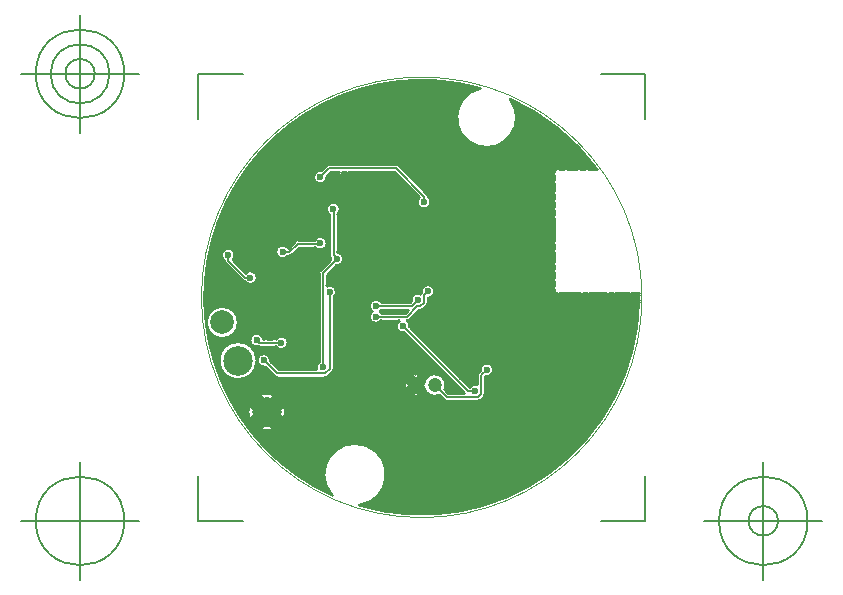
<source format=gbr>
G04 Generated by Ultiboard 13.0 *
%FSLAX34Y34*%
%MOMM*%

%ADD10C,0.0001*%
%ADD11C,0.2540*%
%ADD12C,0.1300*%
%ADD13C,0.1500*%
%ADD14C,0.0010*%
%ADD15C,0.6000*%
%ADD16C,2.5000*%
%ADD17C,2.0000*%
%ADD18C,1.2000*%


G04 ColorRGB 0000FF for the following layer *
%LNCopper Bottom*%
%LPD*%
G54D10*
G36*
X522430Y639640D02*
X522430Y639640D01*
X522430Y659360D01*
G74*
D01*
G02X521046Y658605I3429J4640*
G01*
X521046Y658605D01*
X521046Y661954D01*
X522430Y661954D01*
X522430Y666046D01*
X521046Y666046D01*
X521046Y669395D01*
G74*
D01*
G02X522430Y668640I2045J5394*
G01*
X522430Y668640D01*
X522430Y673360D01*
G74*
D01*
G02X521046Y672605I3429J4640*
G01*
X521046Y672605D01*
X521046Y675954D01*
X522430Y675954D01*
X522430Y680046D01*
X521046Y680046D01*
X521046Y683395D01*
G74*
D01*
G02X522430Y682640I2045J5394*
G01*
X522430Y682640D01*
X522430Y689360D01*
G74*
D01*
G02X521046Y688605I3429J4640*
G01*
X521046Y688605D01*
X521046Y691954D01*
X522430Y691954D01*
X522430Y696046D01*
X521046Y696046D01*
X521046Y699395D01*
G74*
D01*
G02X522430Y698640I2045J5394*
G01*
X522430Y698640D01*
X522430Y700126D01*
X523174Y700870D01*
X524153Y700870D01*
G74*
D01*
G02X523605Y701954I4846J3130*
G01*
X523605Y701954D01*
X526954Y701954D01*
X526954Y700870D01*
X531046Y700870D01*
X531046Y701954D01*
X534395Y701954D01*
G74*
D01*
G02X533847Y700870I5394J2046*
G01*
X533847Y700870D01*
X542153Y700870D01*
G74*
D01*
G02X541605Y701954I4846J3130*
G01*
X541605Y701954D01*
X544954Y701954D01*
X544954Y700870D01*
X549046Y700870D01*
X549046Y701954D01*
X552395Y701954D01*
G74*
D01*
G02X551847Y700870I5394J2046*
G01*
X551847Y700870D01*
X558909Y700870D01*
G74*
D01*
G03X485644Y760018I148158J108570*
G01*
G75*
D01*
G02X460269Y769180I-19944J-15516*
G01*
G75*
D01*
G03X334439Y425222I-49526J-176877*
G01*
G75*
D01*
G02X358179Y416303I19961J17077*
G01*
G75*
D01*
G03X594386Y588251I52572J175996*
G01*
G74*
D01*
G02X592046Y586605I4385J3748*
G01*
X592046Y586605D01*
X592046Y589954D01*
X594416Y589954D01*
G75*
D01*
G03X594422Y594046I-183665J2315*
G01*
X594422Y594046D01*
X592046Y594046D01*
X592046Y595930D01*
X587954Y595930D01*
X587954Y594046D01*
X584605Y594046D01*
G74*
D01*
G02X585775Y595930I5394J2045*
G01*
X585775Y595930D01*
X575225Y595930D01*
G74*
D01*
G02X576395Y594046I4225J3929*
G01*
X576395Y594046D01*
X573046Y594046D01*
X573046Y595930D01*
X568954Y595930D01*
X568954Y594046D01*
X565605Y594046D01*
G74*
D01*
G02X566775Y595930I5394J2045*
G01*
X566775Y595930D01*
X553225Y595930D01*
G74*
D01*
G02X554395Y594046I4225J3929*
G01*
X554395Y594046D01*
X551046Y594046D01*
X551046Y595930D01*
X546954Y595930D01*
X546954Y594046D01*
X543605Y594046D01*
G74*
D01*
G02X544775Y595930I5394J2045*
G01*
X544775Y595930D01*
X533225Y595930D01*
G74*
D01*
G02X534395Y594046I4225J3929*
G01*
X534395Y594046D01*
X531046Y594046D01*
X531046Y595930D01*
X526954Y595930D01*
X526954Y594046D01*
X523605Y594046D01*
G74*
D01*
G02X524775Y595930I5394J2045*
G01*
X524775Y595930D01*
X523174Y595930D01*
X522430Y596674D01*
X522430Y599360D01*
G74*
D01*
G02X521046Y598605I3429J4640*
G01*
X521046Y598605D01*
X521046Y601954D01*
X522430Y601954D01*
X522430Y606046D01*
X521046Y606046D01*
X521046Y609395D01*
G74*
D01*
G02X522430Y608640I2045J5394*
G01*
X522430Y608640D01*
X522430Y613360D01*
G74*
D01*
G02X521046Y612605I3429J4640*
G01*
X521046Y612605D01*
X521046Y615954D01*
X522430Y615954D01*
X522430Y620046D01*
X521046Y620046D01*
X521046Y623395D01*
G74*
D01*
G02X522430Y622640I2045J5394*
G01*
X522430Y622640D01*
X522430Y630360D01*
G74*
D01*
G02X521046Y629605I3429J4640*
G01*
X521046Y629605D01*
X521046Y632954D01*
X522430Y632954D01*
X522430Y637046D01*
X521046Y637046D01*
X521046Y640395D01*
G74*
D01*
G02X522430Y639640I2045J5394*
G01*
D02*
G37*
%LPC*%
G36*
X339537Y630545D02*
G75*
D01*
G02X338153Y619093I-529J-5746*
G01*
X338153Y619093D01*
X330437Y611377D01*
X330437Y602264D01*
G75*
D01*
G02X337028Y600927I2363J-5264*
G01*
G74*
D01*
G02X339954Y603395I4972J2926*
G01*
X339954Y603395D01*
X339954Y600046D01*
X337700Y600046D01*
G75*
D01*
G02X338474Y595954I-4899J-3046*
G01*
X338474Y595954D01*
X339954Y595954D01*
X339954Y592605D01*
G74*
D01*
G02X337772Y594073I2045J5395*
G01*
G74*
D01*
G02X336687Y592735I4973J2924*
G01*
X336687Y592735D01*
X336687Y531967D01*
G75*
D01*
G02X335675Y529532I-3437J1*
G01*
X335675Y529532D01*
X331568Y525425D01*
G74*
D01*
G02X329133Y524413I2435J2424*
G01*
X329133Y524413D01*
X288157Y524413D01*
G75*
D01*
G02X285720Y525420I-6J3437*
G01*
X285720Y525420D01*
X277847Y533293D01*
G75*
D01*
G02X271254Y538470I-848J5706*
G01*
G75*
D01*
G02X271242Y539371I-16053J237*
G01*
G75*
D01*
G02X282707Y538153I5756J-389*
G01*
X282707Y538153D01*
X289573Y531287D01*
X321490Y531287D01*
G75*
D01*
G02X323563Y537635I5510J1713*
G01*
X323563Y537635D01*
X323563Y612789D01*
G75*
D01*
G02X324570Y615230I3437J10*
G01*
X324570Y615230D01*
X333293Y623953D01*
G75*
D01*
G02X333329Y625867I5706J850*
G01*
G75*
D01*
G02X332663Y627905I2770J2033*
G01*
X332663Y627905D01*
X332663Y662293D01*
G75*
D01*
G02X332678Y671718I3335J4707*
G01*
G74*
D01*
G02X329605Y674954I2321J5281*
G01*
X329605Y674954D01*
X332954Y674954D01*
X332954Y671900D01*
G75*
D01*
G02X337046Y672674I3046J-4899*
G01*
X337046Y672674D01*
X337046Y674954D01*
X340395Y674954D01*
G74*
D01*
G02X338322Y672282I5394J2045*
G01*
G75*
D01*
G02X339537Y662441I-2320J-5282*
G01*
X339537Y662441D01*
X339537Y630545D01*
D02*
G37*
G36*
X320520Y634363D02*
X320520Y634363D01*
X307223Y634363D01*
X301235Y628375D01*
G74*
D01*
G02X299316Y627402I2435J2424*
G01*
G75*
D01*
G02X298796Y627363I-516J3397*
G01*
X298796Y627363D01*
X297576Y627363D01*
G75*
D01*
G02X297490Y634350I-4635J3437*
G01*
X297490Y634350D01*
X303370Y640230D01*
G74*
D01*
G02X304678Y641048I2429J2430*
G01*
G75*
D01*
G02X305800Y641237I1124J-3247*
G01*
X305800Y641237D01*
X320223Y641237D01*
G75*
D01*
G02X320520Y634363I4776J-3237*
G01*
D02*
G37*
G36*
X465053Y525293D02*
X465053Y525293D01*
X464587Y524827D01*
X464587Y510867D01*
G75*
D01*
G02X463575Y508432I-3437J1*
G01*
X463575Y508432D01*
X460568Y505425D01*
G74*
D01*
G02X458133Y504413I2435J2424*
G01*
X458133Y504413D01*
X431855Y504413D01*
G75*
D01*
G02X429420Y505420I-4J3437*
G01*
X429420Y505420D01*
X425575Y509265D01*
G75*
D01*
G02X412436Y515656I-3876J8734*
G01*
X412436Y515656D01*
X410092Y518000D01*
X412436Y520344D01*
G75*
D01*
G02X430435Y514125I9260J-2355*
G01*
X430435Y514125D01*
X433273Y511287D01*
X446853Y511287D01*
X395847Y562293D01*
G75*
D01*
G02X391469Y572563I-849J5706*
G01*
X391469Y572563D01*
X376635Y572563D01*
G75*
D01*
G02X368389Y580500I-4635J3437*
G01*
G75*
D01*
G02X376635Y588437I3617J4495*
G01*
X376635Y588437D01*
X401077Y588437D01*
X401793Y589153D01*
G75*
D01*
G02X409580Y595382I5706J848*
G01*
G74*
D01*
G02X410278Y596388I3127J1424*
G01*
X410278Y596388D01*
X410293Y596403D01*
G75*
D01*
G02X416145Y591482I5707J846*
G01*
X416145Y591482D01*
X416145Y587925D01*
G75*
D01*
G02X415133Y585490I-3437J1*
G01*
X415133Y585490D01*
X412068Y582425D01*
G74*
D01*
G02X410608Y581555I2434J2425*
G01*
G75*
D01*
G02X409628Y581413I-978J3294*
G01*
X409628Y581413D01*
X408623Y581413D01*
X400785Y573575D01*
G74*
D01*
G02X399217Y572675I2434J2425*
G01*
G74*
D01*
G02X398525Y572568I868J3324*
G01*
G75*
D01*
G02X400707Y567153I-3524J-4567*
G01*
X400707Y567153D01*
X441406Y526454D01*
X442704Y526454D01*
X442704Y525156D01*
X451390Y516470D01*
G75*
D01*
G02X457713Y518510I4610J-3470*
G01*
X457713Y518510D01*
X457713Y526244D01*
G75*
D01*
G02X458720Y528680I3437J5*
G01*
X458720Y528680D01*
X460193Y530153D01*
G75*
D01*
G02X465053Y525293I5707J847*
G01*
D02*
G37*
G36*
X545500Y704000D02*
G75*
D01*
G02X545500Y704000I1500J0*
G01*
D02*
G37*
G36*
X482954Y653605D02*
G74*
D01*
G02X479605Y656954I2045J5394*
G01*
X479605Y656954D01*
X482954Y656954D01*
X482954Y653605D01*
D02*
G37*
G36*
X468500Y659000D02*
G75*
D01*
G02X468500Y659000I1500J0*
G01*
D02*
G37*
G36*
X475395Y656954D02*
G74*
D01*
G02X472046Y653605I5394J2045*
G01*
X472046Y653605D01*
X472046Y656954D01*
X475395Y656954D01*
D02*
G37*
G36*
X467954Y653605D02*
G74*
D01*
G02X464605Y656954I2045J5394*
G01*
X464605Y656954D01*
X467954Y656954D01*
X467954Y653605D01*
D02*
G37*
G36*
X483500Y659000D02*
G75*
D01*
G02X483500Y659000I1500J0*
G01*
D02*
G37*
G36*
X490395Y656954D02*
G74*
D01*
G02X487046Y653605I5394J2045*
G01*
X487046Y653605D01*
X487046Y656954D01*
X490395Y656954D01*
D02*
G37*
G36*
X516954Y658605D02*
G74*
D01*
G02X513605Y661954I2045J5394*
G01*
X513605Y661954D01*
X516954Y661954D01*
X516954Y658605D01*
D02*
G37*
G36*
X504500Y659000D02*
G75*
D01*
G02X504500Y659000I1500J0*
G01*
D02*
G37*
G36*
X511395Y656954D02*
G74*
D01*
G02X508046Y653605I5394J2045*
G01*
X508046Y653605D01*
X508046Y656954D01*
X511395Y656954D01*
D02*
G37*
G36*
X503954Y653605D02*
G74*
D01*
G02X500605Y656954I2045J5394*
G01*
X500605Y656954D01*
X503954Y656954D01*
X503954Y653605D01*
D02*
G37*
G36*
X479605Y661046D02*
G74*
D01*
G02X482954Y664395I5394J2045*
G01*
X482954Y664395D01*
X482954Y661046D01*
X479605Y661046D01*
D02*
G37*
G36*
X464605Y661046D02*
G74*
D01*
G02X467954Y664395I5394J2045*
G01*
X467954Y664395D01*
X467954Y661046D01*
X464605Y661046D01*
D02*
G37*
G36*
X472046Y664395D02*
G74*
D01*
G02X475395Y661046I2045J5394*
G01*
X475395Y661046D01*
X472046Y661046D01*
X472046Y664395D01*
D02*
G37*
G36*
X487046Y664395D02*
G74*
D01*
G02X490395Y661046I2045J5394*
G01*
X490395Y661046D01*
X487046Y661046D01*
X487046Y664395D01*
D02*
G37*
G36*
X517500Y664000D02*
G75*
D01*
G02X517500Y664000I1500J0*
G01*
D02*
G37*
G36*
X517500Y678000D02*
G75*
D01*
G02X517500Y678000I1500J0*
G01*
D02*
G37*
G36*
X513605Y666046D02*
G74*
D01*
G02X516954Y669395I5394J2045*
G01*
X516954Y669395D01*
X516954Y666046D01*
X513605Y666046D01*
D02*
G37*
G36*
X500605Y661046D02*
G74*
D01*
G02X503954Y664395I5394J2045*
G01*
X503954Y664395D01*
X503954Y661046D01*
X500605Y661046D01*
D02*
G37*
G36*
X508046Y664395D02*
G74*
D01*
G02X511395Y661046I2045J5394*
G01*
X511395Y661046D01*
X508046Y661046D01*
X508046Y664395D01*
D02*
G37*
G36*
X516954Y672605D02*
G74*
D01*
G02X513605Y675954I2045J5394*
G01*
X513605Y675954D01*
X516954Y675954D01*
X516954Y672605D01*
D02*
G37*
G36*
X517500Y694000D02*
G75*
D01*
G02X517500Y694000I1500J0*
G01*
D02*
G37*
G36*
X513605Y680046D02*
G74*
D01*
G02X516954Y683395I5394J2045*
G01*
X516954Y683395D01*
X516954Y680046D01*
X513605Y680046D01*
D02*
G37*
G36*
X513605Y696046D02*
G74*
D01*
G02X516954Y699395I5394J2045*
G01*
X516954Y699395D01*
X516954Y696046D01*
X513605Y696046D01*
D02*
G37*
G36*
X516954Y688605D02*
G74*
D01*
G02X513605Y691954I2045J5394*
G01*
X513605Y691954D01*
X516954Y691954D01*
X516954Y688605D01*
D02*
G37*
G36*
X523605Y706046D02*
G74*
D01*
G02X526954Y709395I5394J2045*
G01*
X526954Y709395D01*
X526954Y706046D01*
X523605Y706046D01*
D02*
G37*
G36*
X531046Y709395D02*
G74*
D01*
G02X534395Y706046I2045J5394*
G01*
X534395Y706046D01*
X531046Y706046D01*
X531046Y709395D01*
D02*
G37*
G36*
X527500Y704000D02*
G75*
D01*
G02X527500Y704000I1500J0*
G01*
D02*
G37*
G36*
X541605Y706046D02*
G74*
D01*
G02X544954Y709395I5394J2045*
G01*
X544954Y709395D01*
X544954Y706046D01*
X541605Y706046D01*
D02*
G37*
G36*
X549046Y709395D02*
G74*
D01*
G02X552395Y706046I2045J5394*
G01*
X552395Y706046D01*
X549046Y706046D01*
X549046Y709395D01*
D02*
G37*
G36*
X431605Y722046D02*
G74*
D01*
G02X434954Y725395I5394J2045*
G01*
X434954Y725395D01*
X434954Y722046D01*
X431605Y722046D01*
D02*
G37*
G36*
X384605Y723046D02*
G74*
D01*
G02X387954Y726395I5394J2045*
G01*
X387954Y726395D01*
X387954Y723046D01*
X384605Y723046D01*
D02*
G37*
G36*
X392046Y726395D02*
G74*
D01*
G02X395395Y723046I2045J5394*
G01*
X395395Y723046D01*
X392046Y723046D01*
X392046Y726395D01*
D02*
G37*
G36*
X372395Y732954D02*
G74*
D01*
G02X369046Y729605I5394J2045*
G01*
X369046Y729605D01*
X369046Y732954D01*
X372395Y732954D01*
D02*
G37*
G36*
X364954Y729605D02*
G74*
D01*
G02X361605Y732954I2045J5394*
G01*
X361605Y732954D01*
X364954Y732954D01*
X364954Y729605D01*
D02*
G37*
G36*
X365500Y735000D02*
G75*
D01*
G02X365500Y735000I1500J0*
G01*
D02*
G37*
G36*
X361605Y737046D02*
G74*
D01*
G02X364954Y740395I5394J2045*
G01*
X364954Y740395D01*
X364954Y737046D01*
X361605Y737046D01*
D02*
G37*
G36*
X369046Y740395D02*
G74*
D01*
G02X372395Y737046I2045J5394*
G01*
X372395Y737046D01*
X369046Y737046D01*
X369046Y740395D01*
D02*
G37*
G36*
X318395Y732954D02*
G74*
D01*
G02X315046Y729605I5394J2045*
G01*
X315046Y729605D01*
X315046Y732954D01*
X318395Y732954D01*
D02*
G37*
G36*
X310954Y729605D02*
G74*
D01*
G02X307605Y732954I2045J5394*
G01*
X307605Y732954D01*
X310954Y732954D01*
X310954Y729605D01*
D02*
G37*
G36*
X311500Y735000D02*
G75*
D01*
G02X311500Y735000I1500J0*
G01*
D02*
G37*
G36*
X307605Y737046D02*
G74*
D01*
G02X310954Y740395I5394J2045*
G01*
X310954Y740395D01*
X310954Y737046D01*
X307605Y737046D01*
D02*
G37*
G36*
X315046Y740395D02*
G74*
D01*
G02X318395Y737046I2045J5394*
G01*
X318395Y737046D01*
X315046Y737046D01*
X315046Y740395D01*
D02*
G37*
G36*
X280954Y644605D02*
G74*
D01*
G02X277605Y647954I2045J5394*
G01*
X277605Y647954D01*
X280954Y647954D01*
X280954Y644605D01*
D02*
G37*
G36*
X277605Y652046D02*
G74*
D01*
G02X280954Y655395I5394J2045*
G01*
X280954Y655395D01*
X280954Y652046D01*
X277605Y652046D01*
D02*
G37*
G36*
X281500Y650000D02*
G75*
D01*
G02X281500Y650000I1500J0*
G01*
D02*
G37*
G36*
X288395Y647954D02*
G74*
D01*
G02X285046Y644605I5394J2045*
G01*
X285046Y644605D01*
X285046Y647954D01*
X288395Y647954D01*
D02*
G37*
G36*
X285046Y655395D02*
G74*
D01*
G02X288395Y652046I2045J5394*
G01*
X288395Y652046D01*
X285046Y652046D01*
X285046Y655395D01*
D02*
G37*
G36*
X377500Y653000D02*
G75*
D01*
G02X377500Y653000I1500J0*
G01*
D02*
G37*
G36*
X365500Y653000D02*
G75*
D01*
G02X365500Y653000I1500J0*
G01*
D02*
G37*
G36*
X364954Y647605D02*
G74*
D01*
G02X361605Y650954I2045J5394*
G01*
X361605Y650954D01*
X364954Y650954D01*
X364954Y647605D01*
D02*
G37*
G36*
X372395Y650954D02*
G74*
D01*
G02X369046Y647605I5394J2045*
G01*
X369046Y647605D01*
X369046Y650954D01*
X372395Y650954D01*
D02*
G37*
G36*
X369046Y658395D02*
G74*
D01*
G02X372395Y655046I2045J5394*
G01*
X372395Y655046D01*
X369046Y655046D01*
X369046Y658395D01*
D02*
G37*
G36*
X361605Y655046D02*
G74*
D01*
G02X364954Y658395I5394J2045*
G01*
X364954Y658395D01*
X364954Y655046D01*
X361605Y655046D01*
D02*
G37*
G36*
X376954Y647605D02*
G74*
D01*
G02X373605Y650954I2045J5394*
G01*
X373605Y650954D01*
X376954Y650954D01*
X376954Y647605D01*
D02*
G37*
G36*
X373605Y655046D02*
G74*
D01*
G02X376954Y658395I5394J2045*
G01*
X376954Y658395D01*
X376954Y655046D01*
X373605Y655046D01*
D02*
G37*
G36*
X373605Y643046D02*
G74*
D01*
G02X376954Y646395I5394J2045*
G01*
X376954Y646395D01*
X376954Y643046D01*
X373605Y643046D01*
D02*
G37*
G36*
X369046Y646395D02*
G74*
D01*
G02X372395Y643046I2045J5394*
G01*
X372395Y643046D01*
X369046Y643046D01*
X369046Y646395D01*
D02*
G37*
G36*
X361605Y643046D02*
G74*
D01*
G02X364954Y646395I5394J2045*
G01*
X364954Y646395D01*
X364954Y643046D01*
X361605Y643046D01*
D02*
G37*
G36*
X400954Y647605D02*
G74*
D01*
G02X397605Y650954I2045J5394*
G01*
X397605Y650954D01*
X400954Y650954D01*
X400954Y647605D01*
D02*
G37*
G36*
X397605Y655046D02*
G74*
D01*
G02X400954Y658395I5394J2045*
G01*
X400954Y658395D01*
X400954Y655046D01*
X397605Y655046D01*
D02*
G37*
G36*
X397605Y643046D02*
G74*
D01*
G02X400954Y646395I5394J2045*
G01*
X400954Y646395D01*
X400954Y643046D01*
X397605Y643046D01*
D02*
G37*
G36*
X389500Y653000D02*
G75*
D01*
G02X389500Y653000I1500J0*
G01*
D02*
G37*
G36*
X388954Y647605D02*
G74*
D01*
G02X385605Y650954I2045J5394*
G01*
X385605Y650954D01*
X388954Y650954D01*
X388954Y647605D01*
D02*
G37*
G36*
X396395Y650954D02*
G74*
D01*
G02X393046Y647605I5394J2045*
G01*
X393046Y647605D01*
X393046Y650954D01*
X396395Y650954D01*
D02*
G37*
G36*
X393046Y658395D02*
G74*
D01*
G02X396395Y655046I2045J5394*
G01*
X396395Y655046D01*
X393046Y655046D01*
X393046Y658395D01*
D02*
G37*
G36*
X385605Y655046D02*
G74*
D01*
G02X388954Y658395I5394J2045*
G01*
X388954Y658395D01*
X388954Y655046D01*
X385605Y655046D01*
D02*
G37*
G36*
X384395Y650954D02*
G74*
D01*
G02X381046Y647605I5394J2045*
G01*
X381046Y647605D01*
X381046Y650954D01*
X384395Y650954D01*
D02*
G37*
G36*
X381046Y658395D02*
G74*
D01*
G02X384395Y655046I2045J5394*
G01*
X384395Y655046D01*
X381046Y655046D01*
X381046Y658395D01*
D02*
G37*
G36*
X393046Y646395D02*
G74*
D01*
G02X396395Y643046I2045J5394*
G01*
X396395Y643046D01*
X393046Y643046D01*
X393046Y646395D01*
D02*
G37*
G36*
X385605Y643046D02*
G74*
D01*
G02X388954Y646395I5394J2045*
G01*
X388954Y646395D01*
X388954Y643046D01*
X385605Y643046D01*
D02*
G37*
G36*
X381046Y646395D02*
G74*
D01*
G02X384395Y643046I2045J5394*
G01*
X384395Y643046D01*
X381046Y643046D01*
X381046Y646395D01*
D02*
G37*
G36*
X401500Y653000D02*
G75*
D01*
G02X401500Y653000I1500J0*
G01*
D02*
G37*
G36*
X408395Y650954D02*
G74*
D01*
G02X405046Y647605I5394J2045*
G01*
X405046Y647605D01*
X405046Y650954D01*
X408395Y650954D01*
D02*
G37*
G36*
X405046Y658395D02*
G74*
D01*
G02X408395Y655046I2045J5394*
G01*
X408395Y655046D01*
X405046Y655046D01*
X405046Y658395D01*
D02*
G37*
G36*
X405046Y646395D02*
G74*
D01*
G02X408395Y643046I2045J5394*
G01*
X408395Y643046D01*
X405046Y643046D01*
X405046Y646395D01*
D02*
G37*
G36*
X441395Y654954D02*
G74*
D01*
G02X438046Y651605I5394J2045*
G01*
X438046Y651605D01*
X438046Y654954D01*
X441395Y654954D01*
D02*
G37*
G36*
X438046Y662395D02*
G74*
D01*
G02X441395Y659046I2045J5394*
G01*
X441395Y659046D01*
X438046Y659046D01*
X438046Y662395D01*
D02*
G37*
G36*
X430605Y659046D02*
G74*
D01*
G02X433954Y662395I5394J2045*
G01*
X433954Y662395D01*
X433954Y659046D01*
X430605Y659046D01*
D02*
G37*
G36*
X434500Y657000D02*
G75*
D01*
G02X434500Y657000I1500J0*
G01*
D02*
G37*
G36*
X433954Y651605D02*
G74*
D01*
G02X430605Y654954I2045J5394*
G01*
X430605Y654954D01*
X433954Y654954D01*
X433954Y651605D01*
D02*
G37*
G36*
X450500Y659000D02*
G75*
D01*
G02X450500Y659000I1500J0*
G01*
D02*
G37*
G36*
X449954Y653605D02*
G74*
D01*
G02X446605Y656954I2045J5394*
G01*
X446605Y656954D01*
X449954Y656954D01*
X449954Y653605D01*
D02*
G37*
G36*
X457395Y656954D02*
G74*
D01*
G02X454046Y653605I5394J2045*
G01*
X454046Y653605D01*
X454046Y656954D01*
X457395Y656954D01*
D02*
G37*
G36*
X337046Y682395D02*
G74*
D01*
G02X340395Y679046I2045J5394*
G01*
X340395Y679046D01*
X337046Y679046D01*
X337046Y682395D01*
D02*
G37*
G36*
X329605Y679046D02*
G74*
D01*
G02X332954Y682395I5394J2045*
G01*
X332954Y682395D01*
X332954Y679046D01*
X329605Y679046D01*
D02*
G37*
G36*
X333500Y677000D02*
G75*
D01*
G02X333500Y677000I1500J0*
G01*
D02*
G37*
G36*
X408765Y676875D02*
X408765Y676875D01*
X387594Y698046D01*
X385046Y698046D01*
X385046Y698063D01*
X380954Y698063D01*
X380954Y698046D01*
X377605Y698046D01*
G74*
D01*
G02X377612Y698063I5338J2188*
G01*
X377612Y698063D01*
X349096Y698063D01*
G74*
D01*
G02X350395Y696046I4095J4064*
G01*
X350395Y696046D01*
X347046Y696046D01*
X347046Y698063D01*
X342954Y698063D01*
X342954Y696046D01*
X339605Y696046D01*
G74*
D01*
G02X340904Y698063I5394J2047*
G01*
X340904Y698063D01*
X333923Y698063D01*
X330707Y694847D01*
G75*
D01*
G02X325847Y699707I-5707J-847*
G01*
X325847Y699707D01*
X330070Y703930D01*
G75*
D01*
G02X332507Y704937I2430J-2429*
G01*
X332507Y704937D01*
X389000Y704937D01*
G74*
D01*
G02X391435Y703925I1J3437*
G01*
X391435Y703925D01*
X415325Y680035D01*
G74*
D01*
G02X416337Y677600I2424J2435*
G01*
X416337Y677600D01*
X416337Y677485D01*
G75*
D01*
G02X408765Y676875I-3437J-4634*
G01*
D02*
G37*
G36*
X388395Y693954D02*
G74*
D01*
G02X385046Y690605I5394J2045*
G01*
X385046Y690605D01*
X385046Y693954D01*
X388395Y693954D01*
D02*
G37*
G36*
X454046Y664395D02*
G74*
D01*
G02X457395Y661046I2045J5394*
G01*
X457395Y661046D01*
X454046Y661046D01*
X454046Y664395D01*
D02*
G37*
G36*
X446605Y661046D02*
G74*
D01*
G02X449954Y664395I5394J2045*
G01*
X449954Y664395D01*
X449954Y661046D01*
X446605Y661046D01*
D02*
G37*
G36*
X279954Y683605D02*
G74*
D01*
G02X276605Y686954I2045J5394*
G01*
X276605Y686954D01*
X279954Y686954D01*
X279954Y683605D01*
D02*
G37*
G36*
X276605Y691046D02*
G74*
D01*
G02X279954Y694395I5394J2045*
G01*
X279954Y694395D01*
X279954Y691046D01*
X276605Y691046D01*
D02*
G37*
G36*
X280500Y689000D02*
G75*
D01*
G02X280500Y689000I1500J0*
G01*
D02*
G37*
G36*
X287395Y686954D02*
G74*
D01*
G02X284046Y683605I5394J2045*
G01*
X284046Y683605D01*
X284046Y686954D01*
X287395Y686954D01*
D02*
G37*
G36*
X284046Y694395D02*
G74*
D01*
G02X287395Y691046I2045J5394*
G01*
X287395Y691046D01*
X284046Y691046D01*
X284046Y694395D01*
D02*
G37*
G36*
X342954Y688605D02*
G74*
D01*
G02X339605Y691954I2045J5394*
G01*
X339605Y691954D01*
X342954Y691954D01*
X342954Y688605D01*
D02*
G37*
G36*
X343500Y694000D02*
G75*
D01*
G02X343500Y694000I1500J0*
G01*
D02*
G37*
G36*
X350395Y691954D02*
G74*
D01*
G02X347046Y688605I5394J2045*
G01*
X347046Y688605D01*
X347046Y691954D01*
X350395Y691954D01*
D02*
G37*
G36*
X380954Y690605D02*
G74*
D01*
G02X377605Y693954I2045J5394*
G01*
X377605Y693954D01*
X380954Y693954D01*
X380954Y690605D01*
D02*
G37*
G36*
X381500Y696000D02*
G75*
D01*
G02X381500Y696000I1500J0*
G01*
D02*
G37*
G36*
X424500Y694000D02*
G75*
D01*
G02X424500Y694000I1500J0*
G01*
D02*
G37*
G36*
X423954Y688605D02*
G74*
D01*
G02X420605Y691954I2045J5394*
G01*
X420605Y691954D01*
X423954Y691954D01*
X423954Y688605D01*
D02*
G37*
G36*
X431395Y691954D02*
G74*
D01*
G02X428046Y688605I5394J2045*
G01*
X428046Y688605D01*
X428046Y691954D01*
X431395Y691954D01*
D02*
G37*
G36*
X428046Y699395D02*
G74*
D01*
G02X431395Y696046I2045J5394*
G01*
X431395Y696046D01*
X428046Y696046D01*
X428046Y699395D01*
D02*
G37*
G36*
X420605Y696046D02*
G74*
D01*
G02X423954Y699395I5394J2045*
G01*
X423954Y699395D01*
X423954Y696046D01*
X420605Y696046D01*
D02*
G37*
G36*
X388500Y721000D02*
G75*
D01*
G02X388500Y721000I1500J0*
G01*
D02*
G37*
G36*
X387954Y715605D02*
G74*
D01*
G02X384605Y718954I2045J5394*
G01*
X384605Y718954D01*
X387954Y718954D01*
X387954Y715605D01*
D02*
G37*
G36*
X395395Y718954D02*
G74*
D01*
G02X392046Y715605I5394J2045*
G01*
X392046Y715605D01*
X392046Y718954D01*
X395395Y718954D01*
D02*
G37*
G36*
X435500Y720000D02*
G75*
D01*
G02X435500Y720000I1500J0*
G01*
D02*
G37*
G36*
X442395Y717954D02*
G74*
D01*
G02X439046Y714605I5394J2045*
G01*
X439046Y714605D01*
X439046Y717954D01*
X442395Y717954D01*
D02*
G37*
G36*
X434954Y714605D02*
G74*
D01*
G02X431605Y717954I2045J5394*
G01*
X431605Y717954D01*
X434954Y717954D01*
X434954Y714605D01*
D02*
G37*
G36*
X439046Y725395D02*
G74*
D01*
G02X442395Y722046I2045J5394*
G01*
X442395Y722046D01*
X439046Y722046D01*
X439046Y725395D01*
D02*
G37*
G36*
X513605Y620046D02*
G74*
D01*
G02X516954Y623395I5394J2045*
G01*
X516954Y623395D01*
X516954Y620046D01*
X513605Y620046D01*
D02*
G37*
G36*
X516954Y629605D02*
G74*
D01*
G02X513605Y632954I2045J5394*
G01*
X513605Y632954D01*
X516954Y632954D01*
X516954Y629605D01*
D02*
G37*
G36*
X500605Y630046D02*
G74*
D01*
G02X503954Y633395I5394J2045*
G01*
X503954Y633395D01*
X503954Y630046D01*
X500605Y630046D01*
D02*
G37*
G36*
X508046Y633395D02*
G74*
D01*
G02X511395Y630046I2045J5394*
G01*
X511395Y630046D01*
X508046Y630046D01*
X508046Y633395D01*
D02*
G37*
G36*
X511395Y625954D02*
G74*
D01*
G02X508046Y622605I5394J2045*
G01*
X508046Y622605D01*
X508046Y625954D01*
X511395Y625954D01*
D02*
G37*
G36*
X503954Y622605D02*
G74*
D01*
G02X500605Y625954I2045J5394*
G01*
X500605Y625954D01*
X503954Y625954D01*
X503954Y622605D01*
D02*
G37*
G36*
X504500Y628000D02*
G75*
D01*
G02X504500Y628000I1500J0*
G01*
D02*
G37*
G36*
X513605Y637046D02*
G74*
D01*
G02X516954Y640395I5394J2045*
G01*
X516954Y640395D01*
X516954Y637046D01*
X513605Y637046D01*
D02*
G37*
G36*
X517500Y635000D02*
G75*
D01*
G02X517500Y635000I1500J0*
G01*
D02*
G37*
G36*
X490395Y632954D02*
G74*
D01*
G02X487046Y629605I5394J2045*
G01*
X487046Y629605D01*
X487046Y632954D01*
X490395Y632954D01*
D02*
G37*
G36*
X483500Y635000D02*
G75*
D01*
G02X483500Y635000I1500J0*
G01*
D02*
G37*
G36*
X487046Y640395D02*
G74*
D01*
G02X490395Y637046I2045J5394*
G01*
X490395Y637046D01*
X487046Y637046D01*
X487046Y640395D01*
D02*
G37*
G36*
X475395Y632954D02*
G74*
D01*
G02X472046Y629605I5394J2045*
G01*
X472046Y629605D01*
X472046Y632954D01*
X475395Y632954D01*
D02*
G37*
G36*
X467954Y629605D02*
G74*
D01*
G02X464605Y632954I2045J5394*
G01*
X464605Y632954D01*
X467954Y632954D01*
X467954Y629605D01*
D02*
G37*
G36*
X468500Y635000D02*
G75*
D01*
G02X468500Y635000I1500J0*
G01*
D02*
G37*
G36*
X464605Y637046D02*
G74*
D01*
G02X467954Y640395I5394J2045*
G01*
X467954Y640395D01*
X467954Y637046D01*
X464605Y637046D01*
D02*
G37*
G36*
X472046Y640395D02*
G74*
D01*
G02X475395Y637046I2045J5394*
G01*
X475395Y637046D01*
X472046Y637046D01*
X472046Y640395D01*
D02*
G37*
G36*
X479605Y637046D02*
G74*
D01*
G02X482954Y640395I5394J2045*
G01*
X482954Y640395D01*
X482954Y637046D01*
X479605Y637046D01*
D02*
G37*
G36*
X482954Y629605D02*
G74*
D01*
G02X479605Y632954I2045J5394*
G01*
X479605Y632954D01*
X482954Y632954D01*
X482954Y629605D01*
D02*
G37*
G36*
X513605Y606046D02*
G74*
D01*
G02X516954Y609395I5394J2045*
G01*
X516954Y609395D01*
X516954Y606046D01*
X513605Y606046D01*
D02*
G37*
G36*
X516954Y612605D02*
G74*
D01*
G02X513605Y615954I2045J5394*
G01*
X513605Y615954D01*
X516954Y615954D01*
X516954Y612605D01*
D02*
G37*
G36*
X517500Y604000D02*
G75*
D01*
G02X517500Y604000I1500J0*
G01*
D02*
G37*
G36*
X517500Y618000D02*
G75*
D01*
G02X517500Y618000I1500J0*
G01*
D02*
G37*
G36*
X505500Y511000D02*
G75*
D01*
G02X505500Y511000I1500J0*
G01*
D02*
G37*
G36*
X504954Y505605D02*
G74*
D01*
G02X501605Y508954I2045J5394*
G01*
X501605Y508954D01*
X504954Y508954D01*
X504954Y505605D01*
D02*
G37*
G36*
X512395Y508954D02*
G74*
D01*
G02X509046Y505605I5394J2045*
G01*
X509046Y505605D01*
X509046Y508954D01*
X512395Y508954D01*
D02*
G37*
G36*
X509046Y516395D02*
G74*
D01*
G02X512395Y513046I2045J5394*
G01*
X512395Y513046D01*
X509046Y513046D01*
X509046Y516395D01*
D02*
G37*
G36*
X501605Y513046D02*
G74*
D01*
G02X504954Y516395I5394J2045*
G01*
X504954Y516395D01*
X504954Y513046D01*
X501605Y513046D01*
D02*
G37*
G36*
X548954Y539605D02*
G74*
D01*
G02X545605Y542954I2045J5394*
G01*
X545605Y542954D01*
X548954Y542954D01*
X548954Y539605D01*
D02*
G37*
G36*
X556395Y542954D02*
G74*
D01*
G02X553046Y539605I5394J2045*
G01*
X553046Y539605D01*
X553046Y542954D01*
X556395Y542954D01*
D02*
G37*
G36*
X549500Y545000D02*
G75*
D01*
G02X549500Y545000I1500J0*
G01*
D02*
G37*
G36*
X553046Y550395D02*
G74*
D01*
G02X556395Y547046I2045J5394*
G01*
X556395Y547046D01*
X553046Y547046D01*
X553046Y550395D01*
D02*
G37*
G36*
X545605Y547046D02*
G74*
D01*
G02X548954Y550395I5394J2045*
G01*
X548954Y550395D01*
X548954Y547046D01*
X545605Y547046D01*
D02*
G37*
G36*
X471046Y582395D02*
G74*
D01*
G02X474395Y579046I2045J5394*
G01*
X474395Y579046D01*
X471046Y579046D01*
X471046Y582395D01*
D02*
G37*
G36*
X463605Y579046D02*
G74*
D01*
G02X466954Y582395I5394J2045*
G01*
X466954Y582395D01*
X466954Y579046D01*
X463605Y579046D01*
D02*
G37*
G36*
X467500Y577000D02*
G75*
D01*
G02X467500Y577000I1500J0*
G01*
D02*
G37*
G36*
X466954Y571605D02*
G74*
D01*
G02X463605Y574954I2045J5394*
G01*
X463605Y574954D01*
X466954Y574954D01*
X466954Y571605D01*
D02*
G37*
G36*
X474395Y574954D02*
G74*
D01*
G02X471046Y571605I5394J2045*
G01*
X471046Y571605D01*
X471046Y574954D01*
X474395Y574954D01*
D02*
G37*
G36*
X516954Y598605D02*
G74*
D01*
G02X513605Y601954I2045J5394*
G01*
X513605Y601954D01*
X516954Y601954D01*
X516954Y598605D01*
D02*
G37*
G36*
X527500Y592000D02*
G75*
D01*
G02X527500Y592000I1500J0*
G01*
D02*
G37*
G36*
X526954Y586605D02*
G74*
D01*
G02X523605Y589954I2045J5394*
G01*
X523605Y589954D01*
X526954Y589954D01*
X526954Y586605D01*
D02*
G37*
G36*
X534395Y589954D02*
G74*
D01*
G02X531046Y586605I5394J2045*
G01*
X531046Y586605D01*
X531046Y589954D01*
X534395Y589954D01*
D02*
G37*
G36*
X547500Y592000D02*
G75*
D01*
G02X547500Y592000I1500J0*
G01*
D02*
G37*
G36*
X546954Y586605D02*
G74*
D01*
G02X543605Y589954I2045J5394*
G01*
X543605Y589954D01*
X546954Y589954D01*
X546954Y586605D01*
D02*
G37*
G36*
X554395Y589954D02*
G74*
D01*
G02X551046Y586605I5394J2045*
G01*
X551046Y586605D01*
X551046Y589954D01*
X554395Y589954D01*
D02*
G37*
G36*
X569500Y592000D02*
G75*
D01*
G02X569500Y592000I1500J0*
G01*
D02*
G37*
G36*
X568954Y586605D02*
G74*
D01*
G02X565605Y589954I2045J5394*
G01*
X565605Y589954D01*
X568954Y589954D01*
X568954Y586605D01*
D02*
G37*
G36*
X576395Y589954D02*
G74*
D01*
G02X573046Y586605I5394J2045*
G01*
X573046Y586605D01*
X573046Y589954D01*
X576395Y589954D01*
D02*
G37*
G36*
X588500Y592000D02*
G75*
D01*
G02X588500Y592000I1500J0*
G01*
D02*
G37*
G36*
X587954Y586605D02*
G74*
D01*
G02X584605Y589954I2045J5394*
G01*
X584605Y589954D01*
X587954Y589954D01*
X587954Y586605D01*
D02*
G37*
G36*
X450500Y635000D02*
G75*
D01*
G02X450500Y635000I1500J0*
G01*
D02*
G37*
G36*
X457395Y632954D02*
G74*
D01*
G02X454046Y629605I5394J2045*
G01*
X454046Y629605D01*
X454046Y632954D01*
X457395Y632954D01*
D02*
G37*
G36*
X446605Y637046D02*
G74*
D01*
G02X449954Y640395I5394J2045*
G01*
X449954Y640395D01*
X449954Y637046D01*
X446605Y637046D01*
D02*
G37*
G36*
X454046Y640395D02*
G74*
D01*
G02X457395Y637046I2045J5394*
G01*
X457395Y637046D01*
X454046Y637046D01*
X454046Y640395D01*
D02*
G37*
G36*
X408395Y638954D02*
G74*
D01*
G02X405046Y635605I5394J2045*
G01*
X405046Y635605D01*
X405046Y638954D01*
X408395Y638954D01*
D02*
G37*
G36*
X405046Y634395D02*
G74*
D01*
G02X408395Y631046I2045J5394*
G01*
X408395Y631046D01*
X405046Y631046D01*
X405046Y634395D01*
D02*
G37*
G36*
X408395Y626954D02*
G74*
D01*
G02X405046Y623605I5394J2045*
G01*
X405046Y623605D01*
X405046Y626954D01*
X408395Y626954D01*
D02*
G37*
G36*
X401500Y629000D02*
G75*
D01*
G02X401500Y629000I1500J0*
G01*
D02*
G37*
G36*
X401500Y641000D02*
G75*
D01*
G02X401500Y641000I1500J0*
G01*
D02*
G37*
G36*
X384395Y638954D02*
G74*
D01*
G02X381046Y635605I5394J2045*
G01*
X381046Y635605D01*
X381046Y638954D01*
X384395Y638954D01*
D02*
G37*
G36*
X381046Y634395D02*
G74*
D01*
G02X384395Y631046I2045J5394*
G01*
X384395Y631046D01*
X381046Y631046D01*
X381046Y634395D01*
D02*
G37*
G36*
X384395Y626954D02*
G74*
D01*
G02X381046Y623605I5394J2045*
G01*
X381046Y623605D01*
X381046Y626954D01*
X384395Y626954D01*
D02*
G37*
G36*
X396395Y638954D02*
G74*
D01*
G02X393046Y635605I5394J2045*
G01*
X393046Y635605D01*
X393046Y638954D01*
X396395Y638954D01*
D02*
G37*
G36*
X388954Y635605D02*
G74*
D01*
G02X385605Y638954I2045J5394*
G01*
X385605Y638954D01*
X388954Y638954D01*
X388954Y635605D01*
D02*
G37*
G36*
X385605Y631046D02*
G74*
D01*
G02X388954Y634395I5394J2045*
G01*
X388954Y634395D01*
X388954Y631046D01*
X385605Y631046D01*
D02*
G37*
G36*
X393046Y634395D02*
G74*
D01*
G02X396395Y631046I2045J5394*
G01*
X396395Y631046D01*
X393046Y631046D01*
X393046Y634395D01*
D02*
G37*
G36*
X396395Y626954D02*
G74*
D01*
G02X393046Y623605I5394J2045*
G01*
X393046Y623605D01*
X393046Y626954D01*
X396395Y626954D01*
D02*
G37*
G36*
X388954Y623605D02*
G74*
D01*
G02X385605Y626954I2045J5394*
G01*
X385605Y626954D01*
X388954Y626954D01*
X388954Y623605D01*
D02*
G37*
G36*
X389500Y629000D02*
G75*
D01*
G02X389500Y629000I1500J0*
G01*
D02*
G37*
G36*
X389500Y641000D02*
G75*
D01*
G02X389500Y641000I1500J0*
G01*
D02*
G37*
G36*
X400954Y635605D02*
G74*
D01*
G02X397605Y638954I2045J5394*
G01*
X397605Y638954D01*
X400954Y638954D01*
X400954Y635605D01*
D02*
G37*
G36*
X397605Y631046D02*
G74*
D01*
G02X400954Y634395I5394J2045*
G01*
X400954Y634395D01*
X400954Y631046D01*
X397605Y631046D01*
D02*
G37*
G36*
X400954Y623605D02*
G74*
D01*
G02X397605Y626954I2045J5394*
G01*
X397605Y626954D01*
X400954Y626954D01*
X400954Y623605D01*
D02*
G37*
G36*
X372395Y638954D02*
G74*
D01*
G02X369046Y635605I5394J2045*
G01*
X369046Y635605D01*
X369046Y638954D01*
X372395Y638954D01*
D02*
G37*
G36*
X364954Y635605D02*
G74*
D01*
G02X361605Y638954I2045J5394*
G01*
X361605Y638954D01*
X364954Y638954D01*
X364954Y635605D01*
D02*
G37*
G36*
X376954Y635605D02*
G74*
D01*
G02X373605Y638954I2045J5394*
G01*
X373605Y638954D01*
X376954Y638954D01*
X376954Y635605D01*
D02*
G37*
G36*
X373605Y631046D02*
G74*
D01*
G02X376954Y634395I5394J2045*
G01*
X376954Y634395D01*
X376954Y631046D01*
X373605Y631046D01*
D02*
G37*
G36*
X376954Y623605D02*
G74*
D01*
G02X373605Y626954I2045J5394*
G01*
X373605Y626954D01*
X376954Y626954D01*
X376954Y623605D01*
D02*
G37*
G36*
X361605Y631046D02*
G74*
D01*
G02X364954Y634395I5394J2045*
G01*
X364954Y634395D01*
X364954Y631046D01*
X361605Y631046D01*
D02*
G37*
G36*
X369046Y634395D02*
G74*
D01*
G02X372395Y631046I2045J5394*
G01*
X372395Y631046D01*
X369046Y631046D01*
X369046Y634395D01*
D02*
G37*
G36*
X372395Y626954D02*
G74*
D01*
G02X369046Y623605I5394J2045*
G01*
X369046Y623605D01*
X369046Y626954D01*
X372395Y626954D01*
D02*
G37*
G36*
X364954Y623605D02*
G74*
D01*
G02X361605Y626954I2045J5394*
G01*
X361605Y626954D01*
X364954Y626954D01*
X364954Y623605D01*
D02*
G37*
G36*
X365500Y629000D02*
G75*
D01*
G02X365500Y629000I1500J0*
G01*
D02*
G37*
G36*
X365500Y641000D02*
G75*
D01*
G02X365500Y641000I1500J0*
G01*
D02*
G37*
G36*
X377500Y641000D02*
G75*
D01*
G02X377500Y641000I1500J0*
G01*
D02*
G37*
G36*
X377500Y629000D02*
G75*
D01*
G02X377500Y629000I1500J0*
G01*
D02*
G37*
G36*
X408395Y614954D02*
G74*
D01*
G02X405046Y611605I5394J2045*
G01*
X405046Y611605D01*
X405046Y614954D01*
X408395Y614954D01*
D02*
G37*
G36*
X401500Y617000D02*
G75*
D01*
G02X401500Y617000I1500J0*
G01*
D02*
G37*
G36*
X405046Y622395D02*
G74*
D01*
G02X408395Y619046I2045J5394*
G01*
X408395Y619046D01*
X405046Y619046D01*
X405046Y622395D01*
D02*
G37*
G36*
X384395Y614954D02*
G74*
D01*
G02X381046Y611605I5394J2045*
G01*
X381046Y611605D01*
X381046Y614954D01*
X384395Y614954D01*
D02*
G37*
G36*
X396395Y614954D02*
G74*
D01*
G02X393046Y611605I5394J2045*
G01*
X393046Y611605D01*
X393046Y614954D01*
X396395Y614954D01*
D02*
G37*
G36*
X388954Y611605D02*
G74*
D01*
G02X385605Y614954I2045J5394*
G01*
X385605Y614954D01*
X388954Y614954D01*
X388954Y611605D01*
D02*
G37*
G36*
X389500Y617000D02*
G75*
D01*
G02X389500Y617000I1500J0*
G01*
D02*
G37*
G36*
X381046Y622395D02*
G74*
D01*
G02X384395Y619046I2045J5394*
G01*
X384395Y619046D01*
X381046Y619046D01*
X381046Y622395D01*
D02*
G37*
G36*
X385605Y619046D02*
G74*
D01*
G02X388954Y622395I5394J2045*
G01*
X388954Y622395D01*
X388954Y619046D01*
X385605Y619046D01*
D02*
G37*
G36*
X393046Y622395D02*
G74*
D01*
G02X396395Y619046I2045J5394*
G01*
X396395Y619046D01*
X393046Y619046D01*
X393046Y622395D01*
D02*
G37*
G36*
X397605Y619046D02*
G74*
D01*
G02X400954Y622395I5394J2045*
G01*
X400954Y622395D01*
X400954Y619046D01*
X397605Y619046D01*
D02*
G37*
G36*
X400954Y611605D02*
G74*
D01*
G02X397605Y614954I2045J5394*
G01*
X397605Y614954D01*
X400954Y614954D01*
X400954Y611605D01*
D02*
G37*
G36*
X372395Y614954D02*
G74*
D01*
G02X369046Y611605I5394J2045*
G01*
X369046Y611605D01*
X369046Y614954D01*
X372395Y614954D01*
D02*
G37*
G36*
X364954Y611605D02*
G74*
D01*
G02X361605Y614954I2045J5394*
G01*
X361605Y614954D01*
X364954Y614954D01*
X364954Y611605D01*
D02*
G37*
G36*
X365500Y617000D02*
G75*
D01*
G02X365500Y617000I1500J0*
G01*
D02*
G37*
G36*
X376954Y611605D02*
G74*
D01*
G02X373605Y614954I2045J5394*
G01*
X373605Y614954D01*
X376954Y614954D01*
X376954Y611605D01*
D02*
G37*
G36*
X361605Y619046D02*
G74*
D01*
G02X364954Y622395I5394J2045*
G01*
X364954Y622395D01*
X364954Y619046D01*
X361605Y619046D01*
D02*
G37*
G36*
X369046Y622395D02*
G74*
D01*
G02X372395Y619046I2045J5394*
G01*
X372395Y619046D01*
X369046Y619046D01*
X369046Y622395D01*
D02*
G37*
G36*
X373605Y619046D02*
G74*
D01*
G02X376954Y622395I5394J2045*
G01*
X376954Y622395D01*
X376954Y619046D01*
X373605Y619046D01*
D02*
G37*
G36*
X377500Y617000D02*
G75*
D01*
G02X377500Y617000I1500J0*
G01*
D02*
G37*
G36*
X344046Y603395D02*
G74*
D01*
G02X347395Y600046I2045J5394*
G01*
X347395Y600046D01*
X344046Y600046D01*
X344046Y603395D01*
D02*
G37*
G36*
X285605Y607046D02*
G74*
D01*
G02X288954Y610395I5394J2045*
G01*
X288954Y610395D01*
X288954Y607046D01*
X285605Y607046D01*
D02*
G37*
G36*
X293046Y610395D02*
G74*
D01*
G02X296395Y607046I2045J5394*
G01*
X296395Y607046D01*
X293046Y607046D01*
X293046Y610395D01*
D02*
G37*
G36*
X289500Y605000D02*
G75*
D01*
G02X289500Y605000I1500J0*
G01*
D02*
G37*
G36*
X261933Y613327D02*
G75*
D01*
G02X261106Y605576I3816J-4327*
G01*
G74*
D01*
G02X258970Y606570I294J3423*
G01*
X258970Y606570D01*
X244570Y620970D01*
G74*
D01*
G02X243564Y623365I2430J2429*
G01*
G75*
D01*
G02X251208Y624052I3436J4634*
G01*
X251208Y624052D01*
X261933Y613327D01*
D02*
G37*
G36*
X445395Y594954D02*
G74*
D01*
G02X442046Y591605I5394J2045*
G01*
X442046Y591605D01*
X442046Y594954D01*
X445395Y594954D01*
D02*
G37*
G36*
X442046Y602395D02*
G74*
D01*
G02X445395Y599046I2045J5394*
G01*
X445395Y599046D01*
X442046Y599046D01*
X442046Y602395D01*
D02*
G37*
G36*
X437954Y591605D02*
G74*
D01*
G02X434605Y594954I2045J5394*
G01*
X434605Y594954D01*
X437954Y594954D01*
X437954Y591605D01*
D02*
G37*
G36*
X434605Y599046D02*
G74*
D01*
G02X437954Y602395I5394J2045*
G01*
X437954Y602395D01*
X437954Y599046D01*
X434605Y599046D01*
D02*
G37*
G36*
X438500Y597000D02*
G75*
D01*
G02X438500Y597000I1500J0*
G01*
D02*
G37*
G36*
X347395Y595954D02*
G74*
D01*
G02X344046Y592605I5394J2045*
G01*
X344046Y592605D01*
X344046Y595954D01*
X347395Y595954D01*
D02*
G37*
G36*
X340500Y598000D02*
G75*
D01*
G02X340500Y598000I1500J0*
G01*
D02*
G37*
G36*
X351605Y595046D02*
G74*
D01*
G02X354954Y598395I5394J2045*
G01*
X354954Y598395D01*
X354954Y595046D01*
X351605Y595046D01*
D02*
G37*
G36*
X354954Y587605D02*
G74*
D01*
G02X351605Y590954I2045J5394*
G01*
X351605Y590954D01*
X354954Y590954D01*
X354954Y587605D01*
D02*
G37*
G36*
X355500Y593000D02*
G75*
D01*
G02X355500Y593000I1500J0*
G01*
D02*
G37*
G36*
X359046Y598395D02*
G74*
D01*
G02X362395Y595046I2045J5394*
G01*
X362395Y595046D01*
X359046Y595046D01*
X359046Y598395D01*
D02*
G37*
G36*
X362395Y590954D02*
G74*
D01*
G02X359046Y587605I5394J2045*
G01*
X359046Y587605D01*
X359046Y590954D01*
X362395Y590954D01*
D02*
G37*
G36*
X301146Y587195D02*
G74*
D01*
G02X304495Y583846I2045J5394*
G01*
X304495Y583846D01*
X301146Y583846D01*
X301146Y587195D01*
D02*
G37*
G36*
X293705Y583846D02*
G74*
D01*
G02X297054Y587195I5394J2045*
G01*
X297054Y587195D01*
X297054Y583846D01*
X293705Y583846D01*
D02*
G37*
G36*
X297600Y581800D02*
G75*
D01*
G02X297600Y581800I1500J0*
G01*
D02*
G37*
G36*
X296395Y602954D02*
G74*
D01*
G02X293046Y599605I5394J2045*
G01*
X293046Y599605D01*
X293046Y602954D01*
X296395Y602954D01*
D02*
G37*
G36*
X288954Y599605D02*
G74*
D01*
G02X285605Y602954I2045J5394*
G01*
X285605Y602954D01*
X288954Y602954D01*
X288954Y599605D01*
D02*
G37*
G36*
X304495Y579754D02*
G74*
D01*
G02X301146Y576405I5394J2045*
G01*
X301146Y576405D01*
X301146Y579754D01*
X304495Y579754D01*
D02*
G37*
G36*
X284046Y565395D02*
G74*
D01*
G02X287395Y562046I2045J5394*
G01*
X287395Y562046D01*
X284046Y562046D01*
X284046Y565395D01*
D02*
G37*
G36*
X297054Y576405D02*
G74*
D01*
G02X293705Y579754I2045J5394*
G01*
X293705Y579754D01*
X297054Y579754D01*
X297054Y576405D01*
D02*
G37*
G36*
X276605Y562046D02*
G74*
D01*
G02X279954Y565395I5394J2045*
G01*
X279954Y565395D01*
X279954Y562046D01*
X276605Y562046D01*
D02*
G37*
G36*
X457395Y553954D02*
G74*
D01*
G02X454046Y550605I5394J2045*
G01*
X454046Y550605D01*
X454046Y553954D01*
X457395Y553954D01*
D02*
G37*
G36*
X454046Y561395D02*
G74*
D01*
G02X457395Y558046I2045J5394*
G01*
X457395Y558046D01*
X454046Y558046D01*
X454046Y561395D01*
D02*
G37*
G36*
X280500Y560000D02*
G75*
D01*
G02X280500Y560000I1500J0*
G01*
D02*
G37*
G36*
X228444Y571000D02*
G75*
D01*
G02X228444Y571000I13556J0*
G01*
D02*
G37*
G36*
X287315Y550463D02*
X287315Y550463D01*
X273105Y550463D01*
G75*
D01*
G02X272702Y550487I2J3437*
G01*
G75*
D01*
G02X276613Y557337I-1701J5513*
G01*
X276613Y557337D01*
X276882Y557337D01*
G74*
D01*
G02X276605Y557954I5115J2667*
G01*
X276605Y557954D01*
X279954Y557954D01*
X279954Y557337D01*
X284046Y557337D01*
X284046Y557954D01*
X287395Y557954D01*
G74*
D01*
G02X287118Y557337I5392J2050*
G01*
X287118Y557337D01*
X287315Y557337D01*
G75*
D01*
G02X287315Y550463I4635J-3437*
G01*
D02*
G37*
G36*
X396586Y521922D02*
X396586Y521922D01*
X400508Y518000D01*
X396586Y514078D01*
G75*
D01*
G02X396586Y521922I8713J3922*
G01*
D02*
G37*
G36*
X402300Y518000D02*
G75*
D01*
G02X402300Y518000I3000J0*
G01*
D02*
G37*
G36*
X409222Y509286D02*
G75*
D01*
G02X401378Y509286I-3922J8713*
G01*
X401378Y509286D01*
X405300Y513208D01*
X409222Y509286D01*
D02*
G37*
G36*
X400954Y525605D02*
G74*
D01*
G02X397605Y528954I2045J5394*
G01*
X397605Y528954D01*
X400954Y528954D01*
X400954Y525605D01*
D02*
G37*
G36*
X397605Y533046D02*
G74*
D01*
G02X400954Y536395I5394J2045*
G01*
X400954Y536395D01*
X400954Y533046D01*
X397605Y533046D01*
D02*
G37*
G36*
X401500Y531000D02*
G75*
D01*
G02X401500Y531000I1500J0*
G01*
D02*
G37*
G36*
X405046Y527553D02*
X405046Y527553D01*
X405046Y528954D01*
X408395Y528954D01*
G74*
D01*
G02X407439Y527314I5394J2046*
G01*
G74*
D01*
G02X409222Y526714I2141J9313*
G01*
X409222Y526714D01*
X405300Y522792D01*
X401378Y526714D01*
G74*
D01*
G02X405046Y527553I3923J8713*
G01*
D02*
G37*
G36*
X405046Y536395D02*
G74*
D01*
G02X408395Y533046I2045J5394*
G01*
X408395Y533046D01*
X405046Y533046D01*
X405046Y536395D01*
D02*
G37*
G36*
X439355Y530546D02*
G74*
D01*
G02X442704Y533895I5394J2045*
G01*
X442704Y533895D01*
X442704Y530546D01*
X439355Y530546D01*
D02*
G37*
G36*
X443250Y528500D02*
G75*
D01*
G02X443250Y528500I1500J0*
G01*
D02*
G37*
G36*
X450145Y526454D02*
G74*
D01*
G02X446796Y523105I5394J2045*
G01*
X446796Y523105D01*
X446796Y526454D01*
X450145Y526454D01*
D02*
G37*
G36*
X446796Y533895D02*
G74*
D01*
G02X450145Y530546I2045J5394*
G01*
X450145Y530546D01*
X446796Y530546D01*
X446796Y533895D01*
D02*
G37*
G36*
X446605Y558046D02*
G74*
D01*
G02X449954Y561395I5394J2045*
G01*
X449954Y561395D01*
X449954Y558046D01*
X446605Y558046D01*
D02*
G37*
G36*
X450500Y556000D02*
G75*
D01*
G02X450500Y556000I1500J0*
G01*
D02*
G37*
G36*
X449954Y550605D02*
G74*
D01*
G02X446605Y553954I2045J5394*
G01*
X446605Y553954D01*
X449954Y553954D01*
X449954Y550605D01*
D02*
G37*
G36*
X272910Y509841D02*
G75*
D01*
G02X286090Y509841I6590J-14640*
G01*
X286090Y509841D01*
X279500Y503252D01*
X272910Y509841D01*
D02*
G37*
G36*
X380046Y496395D02*
G74*
D01*
G02X383395Y493046I2045J5394*
G01*
X383395Y493046D01*
X380046Y493046D01*
X380046Y496395D01*
D02*
G37*
G36*
X383395Y488954D02*
G74*
D01*
G02X380046Y485605I5394J2045*
G01*
X380046Y485605D01*
X380046Y488954D01*
X383395Y488954D01*
D02*
G37*
G36*
X372605Y493046D02*
G74*
D01*
G02X375954Y496395I5394J2045*
G01*
X375954Y496395D01*
X375954Y493046D01*
X372605Y493046D01*
D02*
G37*
G36*
X375954Y485605D02*
G74*
D01*
G02X372605Y488954I2045J5394*
G01*
X372605Y488954D01*
X375954Y488954D01*
X375954Y485605D01*
D02*
G37*
G36*
X376500Y491000D02*
G75*
D01*
G02X376500Y491000I1500J0*
G01*
D02*
G37*
G36*
X342046Y497395D02*
G74*
D01*
G02X345395Y494046I2045J5394*
G01*
X345395Y494046D01*
X342046Y494046D01*
X342046Y497395D01*
D02*
G37*
G36*
X345395Y489954D02*
G74*
D01*
G02X342046Y486605I5394J2045*
G01*
X342046Y486605D01*
X342046Y489954D01*
X345395Y489954D01*
D02*
G37*
G36*
X347605Y494046D02*
G74*
D01*
G02X350954Y497395I5394J2045*
G01*
X350954Y497395D01*
X350954Y494046D01*
X347605Y494046D01*
D02*
G37*
G36*
X355046Y497395D02*
G74*
D01*
G02X358395Y494046I2045J5394*
G01*
X358395Y494046D01*
X355046Y494046D01*
X355046Y497395D01*
D02*
G37*
G36*
X358395Y489954D02*
G74*
D01*
G02X355046Y486605I5394J2045*
G01*
X355046Y486605D01*
X355046Y489954D01*
X358395Y489954D01*
D02*
G37*
G36*
X350954Y486605D02*
G74*
D01*
G02X347605Y489954I2045J5394*
G01*
X347605Y489954D01*
X350954Y489954D01*
X350954Y486605D01*
D02*
G37*
G36*
X351500Y492000D02*
G75*
D01*
G02X351500Y492000I1500J0*
G01*
D02*
G37*
G36*
X334605Y494046D02*
G74*
D01*
G02X337954Y497395I5394J2045*
G01*
X337954Y497395D01*
X337954Y494046D01*
X334605Y494046D01*
D02*
G37*
G36*
X337954Y486605D02*
G74*
D01*
G02X334605Y489954I2045J5394*
G01*
X334605Y489954D01*
X337954Y489954D01*
X337954Y486605D01*
D02*
G37*
G36*
X338500Y492000D02*
G75*
D01*
G02X338500Y492000I1500J0*
G01*
D02*
G37*
G36*
X294141Y501790D02*
G75*
D01*
G02X294141Y488610I-14640J-6590*
G01*
X294141Y488610D01*
X287552Y495200D01*
X294141Y501790D01*
D02*
G37*
G36*
X264859Y501790D02*
X264859Y501790D01*
X271448Y495200D01*
X264859Y488610D01*
G75*
D01*
G02X264859Y501790I14640J6590*
G01*
D02*
G37*
G36*
X275000Y495200D02*
G75*
D01*
G02X275000Y495200I4500J0*
G01*
D02*
G37*
G36*
X426605Y476046D02*
G74*
D01*
G02X429954Y479395I5394J2045*
G01*
X429954Y479395D01*
X429954Y476046D01*
X426605Y476046D01*
D02*
G37*
G36*
X434046Y479395D02*
G74*
D01*
G02X437395Y476046I2045J5394*
G01*
X437395Y476046D01*
X434046Y476046D01*
X434046Y479395D01*
D02*
G37*
G36*
X437395Y471954D02*
G74*
D01*
G02X434046Y468605I5394J2045*
G01*
X434046Y468605D01*
X434046Y471954D01*
X437395Y471954D01*
D02*
G37*
G36*
X429954Y468605D02*
G74*
D01*
G02X426605Y471954I2045J5394*
G01*
X426605Y471954D01*
X429954Y471954D01*
X429954Y468605D01*
D02*
G37*
G36*
X430500Y474000D02*
G75*
D01*
G02X430500Y474000I1500J0*
G01*
D02*
G37*
G36*
X286090Y480559D02*
G75*
D01*
G02X272910Y480559I-6590J14640*
G01*
X272910Y480559D01*
X279500Y487148D01*
X286090Y480559D01*
D02*
G37*
G36*
X449954Y629605D02*
G74*
D01*
G02X446605Y632954I2045J5394*
G01*
X446605Y632954D01*
X449954Y632954D01*
X449954Y629605D01*
D02*
G37*
%LPD*%
G36*
X376635Y579437D02*
G74*
D01*
G03X375611Y580500I4633J3439*
G01*
G74*
D01*
G03X376635Y581563I3609J4501*
G01*
X376635Y581563D01*
X399053Y581563D01*
X396927Y579437D01*
X376635Y579437D01*
D02*
G37*
G36*
X594225Y595930D02*
G74*
D01*
G02X594398Y595735I4229J3926*
G01*
G74*
D01*
G03X594395Y595930I183660J2728*
G01*
X594395Y595930D01*
X594225Y595930D01*
D02*
G37*
G54D11*
X594225Y595930D02*
G74*
D01*
G02X594398Y595735I4229J3926*
G01*
G74*
D01*
G03X594395Y595930I183660J2728*
G01*
X594225Y595930D01*
X339537Y630545D02*
G75*
D01*
G02X338153Y619093I-529J-5746*
G01*
X330437Y611377D01*
X330437Y602264D01*
G75*
D01*
G02X337028Y600927I2363J-5264*
G01*
G74*
D01*
G02X339954Y603395I4972J2926*
G01*
X339954Y600046D01*
X337700Y600046D01*
G75*
D01*
G02X338474Y595954I-4899J-3046*
G01*
X339954Y595954D01*
X339954Y592605D01*
G74*
D01*
G02X337772Y594073I2045J5395*
G01*
G74*
D01*
G02X336687Y592735I4973J2924*
G01*
X336687Y531967D01*
G75*
D01*
G02X335675Y529532I-3437J1*
G01*
X331568Y525425D01*
G74*
D01*
G02X329133Y524413I2435J2424*
G01*
X288157Y524413D01*
G75*
D01*
G02X285720Y525420I-6J3437*
G01*
X277847Y533293D01*
G75*
D01*
G02X271254Y538470I-848J5706*
G01*
G75*
D01*
G02X271242Y539371I-16053J237*
G01*
G75*
D01*
G02X282707Y538153I5756J-389*
G01*
X289573Y531287D01*
X321490Y531287D01*
G75*
D01*
G02X323563Y537635I5510J1713*
G01*
X323563Y612789D01*
G75*
D01*
G02X324570Y615230I3437J10*
G01*
X333293Y623953D01*
G75*
D01*
G02X333329Y625867I5706J850*
G01*
G75*
D01*
G02X332663Y627905I2770J2033*
G01*
X332663Y662293D01*
G75*
D01*
G02X332678Y671718I3335J4707*
G01*
G74*
D01*
G02X329605Y674954I2321J5281*
G01*
X332954Y674954D01*
X332954Y671900D01*
G75*
D01*
G02X337046Y672674I3046J-4899*
G01*
X337046Y674954D01*
X340395Y674954D01*
G74*
D01*
G02X338322Y672282I5394J2045*
G01*
G75*
D01*
G02X339537Y662441I-2320J-5282*
G01*
X339537Y630545D01*
X320520Y634363D02*
X307223Y634363D01*
X301235Y628375D01*
G74*
D01*
G02X299316Y627402I2435J2424*
G01*
G75*
D01*
G02X298796Y627363I-516J3397*
G01*
X297576Y627363D01*
G75*
D01*
G02X297490Y634350I-4635J3437*
G01*
X303370Y640230D01*
G74*
D01*
G02X304678Y641048I2429J2430*
G01*
G75*
D01*
G02X305800Y641237I1124J-3247*
G01*
X320223Y641237D01*
G75*
D01*
G02X320520Y634363I4776J-3237*
G01*
X465053Y525293D02*
X464587Y524827D01*
X464587Y510867D01*
G75*
D01*
G02X463575Y508432I-3437J1*
G01*
X460568Y505425D01*
G74*
D01*
G02X458133Y504413I2435J2424*
G01*
X431855Y504413D01*
G75*
D01*
G02X429420Y505420I-4J3437*
G01*
X425575Y509265D01*
G75*
D01*
G02X412436Y515656I-3876J8734*
G01*
X410092Y518000D01*
X412436Y520344D01*
G75*
D01*
G02X430435Y514125I9260J-2355*
G01*
X433273Y511287D01*
X446853Y511287D01*
X395847Y562293D01*
G75*
D01*
G02X391469Y572563I-849J5706*
G01*
X376635Y572563D01*
G75*
D01*
G02X368389Y580500I-4635J3437*
G01*
G75*
D01*
G02X376635Y588437I3617J4495*
G01*
X401077Y588437D01*
X401793Y589153D01*
G75*
D01*
G02X409580Y595382I5706J848*
G01*
G74*
D01*
G02X410278Y596388I3127J1424*
G01*
X410293Y596403D01*
G75*
D01*
G02X416145Y591482I5707J846*
G01*
X416145Y587925D01*
G75*
D01*
G02X415133Y585490I-3437J1*
G01*
X412068Y582425D01*
G74*
D01*
G02X410608Y581555I2434J2425*
G01*
G75*
D01*
G02X409628Y581413I-978J3294*
G01*
X408623Y581413D01*
X400785Y573575D01*
G74*
D01*
G02X399217Y572675I2434J2425*
G01*
G74*
D01*
G02X398525Y572568I868J3324*
G01*
G75*
D01*
G02X400707Y567153I-3524J-4567*
G01*
X441406Y526454D01*
X442704Y526454D01*
X442704Y525156D01*
X451390Y516470D01*
G75*
D01*
G02X457713Y518510I4610J-3470*
G01*
X457713Y526244D01*
G75*
D01*
G02X458720Y528680I3437J5*
G01*
X460193Y530153D01*
G75*
D01*
G02X465053Y525293I5707J847*
G01*
X545500Y704000D02*
G75*
D01*
G02X545500Y704000I1500J0*
G01*
X482954Y653605D02*
G74*
D01*
G02X479605Y656954I2045J5394*
G01*
X482954Y656954D01*
X482954Y653605D01*
X468500Y659000D02*
G75*
D01*
G02X468500Y659000I1500J0*
G01*
X475395Y656954D02*
G74*
D01*
G02X472046Y653605I5394J2045*
G01*
X472046Y656954D01*
X475395Y656954D01*
X467954Y653605D02*
G74*
D01*
G02X464605Y656954I2045J5394*
G01*
X467954Y656954D01*
X467954Y653605D01*
X483500Y659000D02*
G75*
D01*
G02X483500Y659000I1500J0*
G01*
X490395Y656954D02*
G74*
D01*
G02X487046Y653605I5394J2045*
G01*
X487046Y656954D01*
X490395Y656954D01*
X516954Y658605D02*
G74*
D01*
G02X513605Y661954I2045J5394*
G01*
X516954Y661954D01*
X516954Y658605D01*
X504500Y659000D02*
G75*
D01*
G02X504500Y659000I1500J0*
G01*
X511395Y656954D02*
G74*
D01*
G02X508046Y653605I5394J2045*
G01*
X508046Y656954D01*
X511395Y656954D01*
X503954Y653605D02*
G74*
D01*
G02X500605Y656954I2045J5394*
G01*
X503954Y656954D01*
X503954Y653605D01*
X479605Y661046D02*
G74*
D01*
G02X482954Y664395I5394J2045*
G01*
X482954Y661046D01*
X479605Y661046D01*
X464605Y661046D02*
G74*
D01*
G02X467954Y664395I5394J2045*
G01*
X467954Y661046D01*
X464605Y661046D01*
X472046Y664395D02*
G74*
D01*
G02X475395Y661046I2045J5394*
G01*
X472046Y661046D01*
X472046Y664395D01*
X487046Y664395D02*
G74*
D01*
G02X490395Y661046I2045J5394*
G01*
X487046Y661046D01*
X487046Y664395D01*
X517500Y664000D02*
G75*
D01*
G02X517500Y664000I1500J0*
G01*
X517500Y678000D02*
G75*
D01*
G02X517500Y678000I1500J0*
G01*
X513605Y666046D02*
G74*
D01*
G02X516954Y669395I5394J2045*
G01*
X516954Y666046D01*
X513605Y666046D01*
X500605Y661046D02*
G74*
D01*
G02X503954Y664395I5394J2045*
G01*
X503954Y661046D01*
X500605Y661046D01*
X508046Y664395D02*
G74*
D01*
G02X511395Y661046I2045J5394*
G01*
X508046Y661046D01*
X508046Y664395D01*
X516954Y672605D02*
G74*
D01*
G02X513605Y675954I2045J5394*
G01*
X516954Y675954D01*
X516954Y672605D01*
X517500Y694000D02*
G75*
D01*
G02X517500Y694000I1500J0*
G01*
X513605Y680046D02*
G74*
D01*
G02X516954Y683395I5394J2045*
G01*
X516954Y680046D01*
X513605Y680046D01*
X513605Y696046D02*
G74*
D01*
G02X516954Y699395I5394J2045*
G01*
X516954Y696046D01*
X513605Y696046D01*
X516954Y688605D02*
G74*
D01*
G02X513605Y691954I2045J5394*
G01*
X516954Y691954D01*
X516954Y688605D01*
X523605Y706046D02*
G74*
D01*
G02X526954Y709395I5394J2045*
G01*
X526954Y706046D01*
X523605Y706046D01*
X531046Y709395D02*
G74*
D01*
G02X534395Y706046I2045J5394*
G01*
X531046Y706046D01*
X531046Y709395D01*
X527500Y704000D02*
G75*
D01*
G02X527500Y704000I1500J0*
G01*
X541605Y706046D02*
G74*
D01*
G02X544954Y709395I5394J2045*
G01*
X544954Y706046D01*
X541605Y706046D01*
X549046Y709395D02*
G74*
D01*
G02X552395Y706046I2045J5394*
G01*
X549046Y706046D01*
X549046Y709395D01*
X431605Y722046D02*
G74*
D01*
G02X434954Y725395I5394J2045*
G01*
X434954Y722046D01*
X431605Y722046D01*
X384605Y723046D02*
G74*
D01*
G02X387954Y726395I5394J2045*
G01*
X387954Y723046D01*
X384605Y723046D01*
X392046Y726395D02*
G74*
D01*
G02X395395Y723046I2045J5394*
G01*
X392046Y723046D01*
X392046Y726395D01*
X372395Y732954D02*
G74*
D01*
G02X369046Y729605I5394J2045*
G01*
X369046Y732954D01*
X372395Y732954D01*
X364954Y729605D02*
G74*
D01*
G02X361605Y732954I2045J5394*
G01*
X364954Y732954D01*
X364954Y729605D01*
X365500Y735000D02*
G75*
D01*
G02X365500Y735000I1500J0*
G01*
X361605Y737046D02*
G74*
D01*
G02X364954Y740395I5394J2045*
G01*
X364954Y737046D01*
X361605Y737046D01*
X369046Y740395D02*
G74*
D01*
G02X372395Y737046I2045J5394*
G01*
X369046Y737046D01*
X369046Y740395D01*
X318395Y732954D02*
G74*
D01*
G02X315046Y729605I5394J2045*
G01*
X315046Y732954D01*
X318395Y732954D01*
X310954Y729605D02*
G74*
D01*
G02X307605Y732954I2045J5394*
G01*
X310954Y732954D01*
X310954Y729605D01*
X311500Y735000D02*
G75*
D01*
G02X311500Y735000I1500J0*
G01*
X307605Y737046D02*
G74*
D01*
G02X310954Y740395I5394J2045*
G01*
X310954Y737046D01*
X307605Y737046D01*
X315046Y740395D02*
G74*
D01*
G02X318395Y737046I2045J5394*
G01*
X315046Y737046D01*
X315046Y740395D01*
X280954Y644605D02*
G74*
D01*
G02X277605Y647954I2045J5394*
G01*
X280954Y647954D01*
X280954Y644605D01*
X277605Y652046D02*
G74*
D01*
G02X280954Y655395I5394J2045*
G01*
X280954Y652046D01*
X277605Y652046D01*
X281500Y650000D02*
G75*
D01*
G02X281500Y650000I1500J0*
G01*
X288395Y647954D02*
G74*
D01*
G02X285046Y644605I5394J2045*
G01*
X285046Y647954D01*
X288395Y647954D01*
X285046Y655395D02*
G74*
D01*
G02X288395Y652046I2045J5394*
G01*
X285046Y652046D01*
X285046Y655395D01*
X377500Y653000D02*
G75*
D01*
G02X377500Y653000I1500J0*
G01*
X365500Y653000D02*
G75*
D01*
G02X365500Y653000I1500J0*
G01*
X364954Y647605D02*
G74*
D01*
G02X361605Y650954I2045J5394*
G01*
X364954Y650954D01*
X364954Y647605D01*
X372395Y650954D02*
G74*
D01*
G02X369046Y647605I5394J2045*
G01*
X369046Y650954D01*
X372395Y650954D01*
X369046Y658395D02*
G74*
D01*
G02X372395Y655046I2045J5394*
G01*
X369046Y655046D01*
X369046Y658395D01*
X361605Y655046D02*
G74*
D01*
G02X364954Y658395I5394J2045*
G01*
X364954Y655046D01*
X361605Y655046D01*
X376954Y647605D02*
G74*
D01*
G02X373605Y650954I2045J5394*
G01*
X376954Y650954D01*
X376954Y647605D01*
X373605Y655046D02*
G74*
D01*
G02X376954Y658395I5394J2045*
G01*
X376954Y655046D01*
X373605Y655046D01*
X373605Y643046D02*
G74*
D01*
G02X376954Y646395I5394J2045*
G01*
X376954Y643046D01*
X373605Y643046D01*
X369046Y646395D02*
G74*
D01*
G02X372395Y643046I2045J5394*
G01*
X369046Y643046D01*
X369046Y646395D01*
X361605Y643046D02*
G74*
D01*
G02X364954Y646395I5394J2045*
G01*
X364954Y643046D01*
X361605Y643046D01*
X400954Y647605D02*
G74*
D01*
G02X397605Y650954I2045J5394*
G01*
X400954Y650954D01*
X400954Y647605D01*
X397605Y655046D02*
G74*
D01*
G02X400954Y658395I5394J2045*
G01*
X400954Y655046D01*
X397605Y655046D01*
X397605Y643046D02*
G74*
D01*
G02X400954Y646395I5394J2045*
G01*
X400954Y643046D01*
X397605Y643046D01*
X389500Y653000D02*
G75*
D01*
G02X389500Y653000I1500J0*
G01*
X388954Y647605D02*
G74*
D01*
G02X385605Y650954I2045J5394*
G01*
X388954Y650954D01*
X388954Y647605D01*
X396395Y650954D02*
G74*
D01*
G02X393046Y647605I5394J2045*
G01*
X393046Y650954D01*
X396395Y650954D01*
X393046Y658395D02*
G74*
D01*
G02X396395Y655046I2045J5394*
G01*
X393046Y655046D01*
X393046Y658395D01*
X385605Y655046D02*
G74*
D01*
G02X388954Y658395I5394J2045*
G01*
X388954Y655046D01*
X385605Y655046D01*
X384395Y650954D02*
G74*
D01*
G02X381046Y647605I5394J2045*
G01*
X381046Y650954D01*
X384395Y650954D01*
X381046Y658395D02*
G74*
D01*
G02X384395Y655046I2045J5394*
G01*
X381046Y655046D01*
X381046Y658395D01*
X393046Y646395D02*
G74*
D01*
G02X396395Y643046I2045J5394*
G01*
X393046Y643046D01*
X393046Y646395D01*
X385605Y643046D02*
G74*
D01*
G02X388954Y646395I5394J2045*
G01*
X388954Y643046D01*
X385605Y643046D01*
X381046Y646395D02*
G74*
D01*
G02X384395Y643046I2045J5394*
G01*
X381046Y643046D01*
X381046Y646395D01*
X401500Y653000D02*
G75*
D01*
G02X401500Y653000I1500J0*
G01*
X408395Y650954D02*
G74*
D01*
G02X405046Y647605I5394J2045*
G01*
X405046Y650954D01*
X408395Y650954D01*
X405046Y658395D02*
G74*
D01*
G02X408395Y655046I2045J5394*
G01*
X405046Y655046D01*
X405046Y658395D01*
X405046Y646395D02*
G74*
D01*
G02X408395Y643046I2045J5394*
G01*
X405046Y643046D01*
X405046Y646395D01*
X441395Y654954D02*
G74*
D01*
G02X438046Y651605I5394J2045*
G01*
X438046Y654954D01*
X441395Y654954D01*
X438046Y662395D02*
G74*
D01*
G02X441395Y659046I2045J5394*
G01*
X438046Y659046D01*
X438046Y662395D01*
X430605Y659046D02*
G74*
D01*
G02X433954Y662395I5394J2045*
G01*
X433954Y659046D01*
X430605Y659046D01*
X434500Y657000D02*
G75*
D01*
G02X434500Y657000I1500J0*
G01*
X433954Y651605D02*
G74*
D01*
G02X430605Y654954I2045J5394*
G01*
X433954Y654954D01*
X433954Y651605D01*
X450500Y659000D02*
G75*
D01*
G02X450500Y659000I1500J0*
G01*
X449954Y653605D02*
G74*
D01*
G02X446605Y656954I2045J5394*
G01*
X449954Y656954D01*
X449954Y653605D01*
X457395Y656954D02*
G74*
D01*
G02X454046Y653605I5394J2045*
G01*
X454046Y656954D01*
X457395Y656954D01*
X337046Y682395D02*
G74*
D01*
G02X340395Y679046I2045J5394*
G01*
X337046Y679046D01*
X337046Y682395D01*
X329605Y679046D02*
G74*
D01*
G02X332954Y682395I5394J2045*
G01*
X332954Y679046D01*
X329605Y679046D01*
X333500Y677000D02*
G75*
D01*
G02X333500Y677000I1500J0*
G01*
X408765Y676875D02*
X387594Y698046D01*
X385046Y698046D01*
X385046Y698063D01*
X380954Y698063D01*
X380954Y698046D01*
X377605Y698046D01*
G74*
D01*
G02X377612Y698063I5338J2188*
G01*
X349096Y698063D01*
G74*
D01*
G02X350395Y696046I4095J4064*
G01*
X347046Y696046D01*
X347046Y698063D01*
X342954Y698063D01*
X342954Y696046D01*
X339605Y696046D01*
G74*
D01*
G02X340904Y698063I5394J2047*
G01*
X333923Y698063D01*
X330707Y694847D01*
G75*
D01*
G02X325847Y699707I-5707J-847*
G01*
X330070Y703930D01*
G75*
D01*
G02X332507Y704937I2430J-2429*
G01*
X389000Y704937D01*
G74*
D01*
G02X391435Y703925I1J3437*
G01*
X415325Y680035D01*
G74*
D01*
G02X416337Y677600I2424J2435*
G01*
X416337Y677485D01*
G75*
D01*
G02X408765Y676875I-3437J-4634*
G01*
X388395Y693954D02*
G74*
D01*
G02X385046Y690605I5394J2045*
G01*
X385046Y693954D01*
X388395Y693954D01*
X454046Y664395D02*
G74*
D01*
G02X457395Y661046I2045J5394*
G01*
X454046Y661046D01*
X454046Y664395D01*
X446605Y661046D02*
G74*
D01*
G02X449954Y664395I5394J2045*
G01*
X449954Y661046D01*
X446605Y661046D01*
X279954Y683605D02*
G74*
D01*
G02X276605Y686954I2045J5394*
G01*
X279954Y686954D01*
X279954Y683605D01*
X276605Y691046D02*
G74*
D01*
G02X279954Y694395I5394J2045*
G01*
X279954Y691046D01*
X276605Y691046D01*
X280500Y689000D02*
G75*
D01*
G02X280500Y689000I1500J0*
G01*
X287395Y686954D02*
G74*
D01*
G02X284046Y683605I5394J2045*
G01*
X284046Y686954D01*
X287395Y686954D01*
X284046Y694395D02*
G74*
D01*
G02X287395Y691046I2045J5394*
G01*
X284046Y691046D01*
X284046Y694395D01*
X342954Y688605D02*
G74*
D01*
G02X339605Y691954I2045J5394*
G01*
X342954Y691954D01*
X342954Y688605D01*
X343500Y694000D02*
G75*
D01*
G02X343500Y694000I1500J0*
G01*
X350395Y691954D02*
G74*
D01*
G02X347046Y688605I5394J2045*
G01*
X347046Y691954D01*
X350395Y691954D01*
X380954Y690605D02*
G74*
D01*
G02X377605Y693954I2045J5394*
G01*
X380954Y693954D01*
X380954Y690605D01*
X381500Y696000D02*
G75*
D01*
G02X381500Y696000I1500J0*
G01*
X424500Y694000D02*
G75*
D01*
G02X424500Y694000I1500J0*
G01*
X423954Y688605D02*
G74*
D01*
G02X420605Y691954I2045J5394*
G01*
X423954Y691954D01*
X423954Y688605D01*
X431395Y691954D02*
G74*
D01*
G02X428046Y688605I5394J2045*
G01*
X428046Y691954D01*
X431395Y691954D01*
X428046Y699395D02*
G74*
D01*
G02X431395Y696046I2045J5394*
G01*
X428046Y696046D01*
X428046Y699395D01*
X420605Y696046D02*
G74*
D01*
G02X423954Y699395I5394J2045*
G01*
X423954Y696046D01*
X420605Y696046D01*
X388500Y721000D02*
G75*
D01*
G02X388500Y721000I1500J0*
G01*
X387954Y715605D02*
G74*
D01*
G02X384605Y718954I2045J5394*
G01*
X387954Y718954D01*
X387954Y715605D01*
X395395Y718954D02*
G74*
D01*
G02X392046Y715605I5394J2045*
G01*
X392046Y718954D01*
X395395Y718954D01*
X435500Y720000D02*
G75*
D01*
G02X435500Y720000I1500J0*
G01*
X442395Y717954D02*
G74*
D01*
G02X439046Y714605I5394J2045*
G01*
X439046Y717954D01*
X442395Y717954D01*
X434954Y714605D02*
G74*
D01*
G02X431605Y717954I2045J5394*
G01*
X434954Y717954D01*
X434954Y714605D01*
X439046Y725395D02*
G74*
D01*
G02X442395Y722046I2045J5394*
G01*
X439046Y722046D01*
X439046Y725395D01*
X513605Y620046D02*
G74*
D01*
G02X516954Y623395I5394J2045*
G01*
X516954Y620046D01*
X513605Y620046D01*
X516954Y629605D02*
G74*
D01*
G02X513605Y632954I2045J5394*
G01*
X516954Y632954D01*
X516954Y629605D01*
X500605Y630046D02*
G74*
D01*
G02X503954Y633395I5394J2045*
G01*
X503954Y630046D01*
X500605Y630046D01*
X508046Y633395D02*
G74*
D01*
G02X511395Y630046I2045J5394*
G01*
X508046Y630046D01*
X508046Y633395D01*
X511395Y625954D02*
G74*
D01*
G02X508046Y622605I5394J2045*
G01*
X508046Y625954D01*
X511395Y625954D01*
X503954Y622605D02*
G74*
D01*
G02X500605Y625954I2045J5394*
G01*
X503954Y625954D01*
X503954Y622605D01*
X504500Y628000D02*
G75*
D01*
G02X504500Y628000I1500J0*
G01*
X513605Y637046D02*
G74*
D01*
G02X516954Y640395I5394J2045*
G01*
X516954Y637046D01*
X513605Y637046D01*
X517500Y635000D02*
G75*
D01*
G02X517500Y635000I1500J0*
G01*
X490395Y632954D02*
G74*
D01*
G02X487046Y629605I5394J2045*
G01*
X487046Y632954D01*
X490395Y632954D01*
X483500Y635000D02*
G75*
D01*
G02X483500Y635000I1500J0*
G01*
X487046Y640395D02*
G74*
D01*
G02X490395Y637046I2045J5394*
G01*
X487046Y637046D01*
X487046Y640395D01*
X475395Y632954D02*
G74*
D01*
G02X472046Y629605I5394J2045*
G01*
X472046Y632954D01*
X475395Y632954D01*
X467954Y629605D02*
G74*
D01*
G02X464605Y632954I2045J5394*
G01*
X467954Y632954D01*
X467954Y629605D01*
X468500Y635000D02*
G75*
D01*
G02X468500Y635000I1500J0*
G01*
X464605Y637046D02*
G74*
D01*
G02X467954Y640395I5394J2045*
G01*
X467954Y637046D01*
X464605Y637046D01*
X472046Y640395D02*
G74*
D01*
G02X475395Y637046I2045J5394*
G01*
X472046Y637046D01*
X472046Y640395D01*
X479605Y637046D02*
G74*
D01*
G02X482954Y640395I5394J2045*
G01*
X482954Y637046D01*
X479605Y637046D01*
X482954Y629605D02*
G74*
D01*
G02X479605Y632954I2045J5394*
G01*
X482954Y632954D01*
X482954Y629605D01*
X513605Y606046D02*
G74*
D01*
G02X516954Y609395I5394J2045*
G01*
X516954Y606046D01*
X513605Y606046D01*
X516954Y612605D02*
G74*
D01*
G02X513605Y615954I2045J5394*
G01*
X516954Y615954D01*
X516954Y612605D01*
X517500Y604000D02*
G75*
D01*
G02X517500Y604000I1500J0*
G01*
X517500Y618000D02*
G75*
D01*
G02X517500Y618000I1500J0*
G01*
X505500Y511000D02*
G75*
D01*
G02X505500Y511000I1500J0*
G01*
X504954Y505605D02*
G74*
D01*
G02X501605Y508954I2045J5394*
G01*
X504954Y508954D01*
X504954Y505605D01*
X512395Y508954D02*
G74*
D01*
G02X509046Y505605I5394J2045*
G01*
X509046Y508954D01*
X512395Y508954D01*
X509046Y516395D02*
G74*
D01*
G02X512395Y513046I2045J5394*
G01*
X509046Y513046D01*
X509046Y516395D01*
X501605Y513046D02*
G74*
D01*
G02X504954Y516395I5394J2045*
G01*
X504954Y513046D01*
X501605Y513046D01*
X548954Y539605D02*
G74*
D01*
G02X545605Y542954I2045J5394*
G01*
X548954Y542954D01*
X548954Y539605D01*
X556395Y542954D02*
G74*
D01*
G02X553046Y539605I5394J2045*
G01*
X553046Y542954D01*
X556395Y542954D01*
X549500Y545000D02*
G75*
D01*
G02X549500Y545000I1500J0*
G01*
X553046Y550395D02*
G74*
D01*
G02X556395Y547046I2045J5394*
G01*
X553046Y547046D01*
X553046Y550395D01*
X545605Y547046D02*
G74*
D01*
G02X548954Y550395I5394J2045*
G01*
X548954Y547046D01*
X545605Y547046D01*
X471046Y582395D02*
G74*
D01*
G02X474395Y579046I2045J5394*
G01*
X471046Y579046D01*
X471046Y582395D01*
X463605Y579046D02*
G74*
D01*
G02X466954Y582395I5394J2045*
G01*
X466954Y579046D01*
X463605Y579046D01*
X467500Y577000D02*
G75*
D01*
G02X467500Y577000I1500J0*
G01*
X466954Y571605D02*
G74*
D01*
G02X463605Y574954I2045J5394*
G01*
X466954Y574954D01*
X466954Y571605D01*
X474395Y574954D02*
G74*
D01*
G02X471046Y571605I5394J2045*
G01*
X471046Y574954D01*
X474395Y574954D01*
X516954Y598605D02*
G74*
D01*
G02X513605Y601954I2045J5394*
G01*
X516954Y601954D01*
X516954Y598605D01*
X527500Y592000D02*
G75*
D01*
G02X527500Y592000I1500J0*
G01*
X526954Y586605D02*
G74*
D01*
G02X523605Y589954I2045J5394*
G01*
X526954Y589954D01*
X526954Y586605D01*
X534395Y589954D02*
G74*
D01*
G02X531046Y586605I5394J2045*
G01*
X531046Y589954D01*
X534395Y589954D01*
X547500Y592000D02*
G75*
D01*
G02X547500Y592000I1500J0*
G01*
X546954Y586605D02*
G74*
D01*
G02X543605Y589954I2045J5394*
G01*
X546954Y589954D01*
X546954Y586605D01*
X554395Y589954D02*
G74*
D01*
G02X551046Y586605I5394J2045*
G01*
X551046Y589954D01*
X554395Y589954D01*
X569500Y592000D02*
G75*
D01*
G02X569500Y592000I1500J0*
G01*
X568954Y586605D02*
G74*
D01*
G02X565605Y589954I2045J5394*
G01*
X568954Y589954D01*
X568954Y586605D01*
X576395Y589954D02*
G74*
D01*
G02X573046Y586605I5394J2045*
G01*
X573046Y589954D01*
X576395Y589954D01*
X588500Y592000D02*
G75*
D01*
G02X588500Y592000I1500J0*
G01*
X587954Y586605D02*
G74*
D01*
G02X584605Y589954I2045J5394*
G01*
X587954Y589954D01*
X587954Y586605D01*
X450500Y635000D02*
G75*
D01*
G02X450500Y635000I1500J0*
G01*
X457395Y632954D02*
G74*
D01*
G02X454046Y629605I5394J2045*
G01*
X454046Y632954D01*
X457395Y632954D01*
X446605Y637046D02*
G74*
D01*
G02X449954Y640395I5394J2045*
G01*
X449954Y637046D01*
X446605Y637046D01*
X454046Y640395D02*
G74*
D01*
G02X457395Y637046I2045J5394*
G01*
X454046Y637046D01*
X454046Y640395D01*
X408395Y638954D02*
G74*
D01*
G02X405046Y635605I5394J2045*
G01*
X405046Y638954D01*
X408395Y638954D01*
X405046Y634395D02*
G74*
D01*
G02X408395Y631046I2045J5394*
G01*
X405046Y631046D01*
X405046Y634395D01*
X408395Y626954D02*
G74*
D01*
G02X405046Y623605I5394J2045*
G01*
X405046Y626954D01*
X408395Y626954D01*
X401500Y629000D02*
G75*
D01*
G02X401500Y629000I1500J0*
G01*
X401500Y641000D02*
G75*
D01*
G02X401500Y641000I1500J0*
G01*
X384395Y638954D02*
G74*
D01*
G02X381046Y635605I5394J2045*
G01*
X381046Y638954D01*
X384395Y638954D01*
X381046Y634395D02*
G74*
D01*
G02X384395Y631046I2045J5394*
G01*
X381046Y631046D01*
X381046Y634395D01*
X384395Y626954D02*
G74*
D01*
G02X381046Y623605I5394J2045*
G01*
X381046Y626954D01*
X384395Y626954D01*
X396395Y638954D02*
G74*
D01*
G02X393046Y635605I5394J2045*
G01*
X393046Y638954D01*
X396395Y638954D01*
X388954Y635605D02*
G74*
D01*
G02X385605Y638954I2045J5394*
G01*
X388954Y638954D01*
X388954Y635605D01*
X385605Y631046D02*
G74*
D01*
G02X388954Y634395I5394J2045*
G01*
X388954Y631046D01*
X385605Y631046D01*
X393046Y634395D02*
G74*
D01*
G02X396395Y631046I2045J5394*
G01*
X393046Y631046D01*
X393046Y634395D01*
X396395Y626954D02*
G74*
D01*
G02X393046Y623605I5394J2045*
G01*
X393046Y626954D01*
X396395Y626954D01*
X388954Y623605D02*
G74*
D01*
G02X385605Y626954I2045J5394*
G01*
X388954Y626954D01*
X388954Y623605D01*
X389500Y629000D02*
G75*
D01*
G02X389500Y629000I1500J0*
G01*
X389500Y641000D02*
G75*
D01*
G02X389500Y641000I1500J0*
G01*
X400954Y635605D02*
G74*
D01*
G02X397605Y638954I2045J5394*
G01*
X400954Y638954D01*
X400954Y635605D01*
X397605Y631046D02*
G74*
D01*
G02X400954Y634395I5394J2045*
G01*
X400954Y631046D01*
X397605Y631046D01*
X400954Y623605D02*
G74*
D01*
G02X397605Y626954I2045J5394*
G01*
X400954Y626954D01*
X400954Y623605D01*
X372395Y638954D02*
G74*
D01*
G02X369046Y635605I5394J2045*
G01*
X369046Y638954D01*
X372395Y638954D01*
X364954Y635605D02*
G74*
D01*
G02X361605Y638954I2045J5394*
G01*
X364954Y638954D01*
X364954Y635605D01*
X376954Y635605D02*
G74*
D01*
G02X373605Y638954I2045J5394*
G01*
X376954Y638954D01*
X376954Y635605D01*
X373605Y631046D02*
G74*
D01*
G02X376954Y634395I5394J2045*
G01*
X376954Y631046D01*
X373605Y631046D01*
X376954Y623605D02*
G74*
D01*
G02X373605Y626954I2045J5394*
G01*
X376954Y626954D01*
X376954Y623605D01*
X361605Y631046D02*
G74*
D01*
G02X364954Y634395I5394J2045*
G01*
X364954Y631046D01*
X361605Y631046D01*
X369046Y634395D02*
G74*
D01*
G02X372395Y631046I2045J5394*
G01*
X369046Y631046D01*
X369046Y634395D01*
X372395Y626954D02*
G74*
D01*
G02X369046Y623605I5394J2045*
G01*
X369046Y626954D01*
X372395Y626954D01*
X364954Y623605D02*
G74*
D01*
G02X361605Y626954I2045J5394*
G01*
X364954Y626954D01*
X364954Y623605D01*
X365500Y629000D02*
G75*
D01*
G02X365500Y629000I1500J0*
G01*
X365500Y641000D02*
G75*
D01*
G02X365500Y641000I1500J0*
G01*
X377500Y641000D02*
G75*
D01*
G02X377500Y641000I1500J0*
G01*
X377500Y629000D02*
G75*
D01*
G02X377500Y629000I1500J0*
G01*
X408395Y614954D02*
G74*
D01*
G02X405046Y611605I5394J2045*
G01*
X405046Y614954D01*
X408395Y614954D01*
X401500Y617000D02*
G75*
D01*
G02X401500Y617000I1500J0*
G01*
X405046Y622395D02*
G74*
D01*
G02X408395Y619046I2045J5394*
G01*
X405046Y619046D01*
X405046Y622395D01*
X384395Y614954D02*
G74*
D01*
G02X381046Y611605I5394J2045*
G01*
X381046Y614954D01*
X384395Y614954D01*
X396395Y614954D02*
G74*
D01*
G02X393046Y611605I5394J2045*
G01*
X393046Y614954D01*
X396395Y614954D01*
X388954Y611605D02*
G74*
D01*
G02X385605Y614954I2045J5394*
G01*
X388954Y614954D01*
X388954Y611605D01*
X389500Y617000D02*
G75*
D01*
G02X389500Y617000I1500J0*
G01*
X381046Y622395D02*
G74*
D01*
G02X384395Y619046I2045J5394*
G01*
X381046Y619046D01*
X381046Y622395D01*
X385605Y619046D02*
G74*
D01*
G02X388954Y622395I5394J2045*
G01*
X388954Y619046D01*
X385605Y619046D01*
X393046Y622395D02*
G74*
D01*
G02X396395Y619046I2045J5394*
G01*
X393046Y619046D01*
X393046Y622395D01*
X397605Y619046D02*
G74*
D01*
G02X400954Y622395I5394J2045*
G01*
X400954Y619046D01*
X397605Y619046D01*
X400954Y611605D02*
G74*
D01*
G02X397605Y614954I2045J5394*
G01*
X400954Y614954D01*
X400954Y611605D01*
X372395Y614954D02*
G74*
D01*
G02X369046Y611605I5394J2045*
G01*
X369046Y614954D01*
X372395Y614954D01*
X364954Y611605D02*
G74*
D01*
G02X361605Y614954I2045J5394*
G01*
X364954Y614954D01*
X364954Y611605D01*
X365500Y617000D02*
G75*
D01*
G02X365500Y617000I1500J0*
G01*
X376954Y611605D02*
G74*
D01*
G02X373605Y614954I2045J5394*
G01*
X376954Y614954D01*
X376954Y611605D01*
X361605Y619046D02*
G74*
D01*
G02X364954Y622395I5394J2045*
G01*
X364954Y619046D01*
X361605Y619046D01*
X369046Y622395D02*
G74*
D01*
G02X372395Y619046I2045J5394*
G01*
X369046Y619046D01*
X369046Y622395D01*
X373605Y619046D02*
G74*
D01*
G02X376954Y622395I5394J2045*
G01*
X376954Y619046D01*
X373605Y619046D01*
X377500Y617000D02*
G75*
D01*
G02X377500Y617000I1500J0*
G01*
X344046Y603395D02*
G74*
D01*
G02X347395Y600046I2045J5394*
G01*
X344046Y600046D01*
X344046Y603395D01*
X285605Y607046D02*
G74*
D01*
G02X288954Y610395I5394J2045*
G01*
X288954Y607046D01*
X285605Y607046D01*
X293046Y610395D02*
G74*
D01*
G02X296395Y607046I2045J5394*
G01*
X293046Y607046D01*
X293046Y610395D01*
X289500Y605000D02*
G75*
D01*
G02X289500Y605000I1500J0*
G01*
X261933Y613327D02*
G75*
D01*
G02X261106Y605576I3816J-4327*
G01*
G74*
D01*
G02X258970Y606570I294J3423*
G01*
X244570Y620970D01*
G74*
D01*
G02X243564Y623365I2430J2429*
G01*
G75*
D01*
G02X251208Y624052I3436J4634*
G01*
X261933Y613327D01*
X445395Y594954D02*
G74*
D01*
G02X442046Y591605I5394J2045*
G01*
X442046Y594954D01*
X445395Y594954D01*
X442046Y602395D02*
G74*
D01*
G02X445395Y599046I2045J5394*
G01*
X442046Y599046D01*
X442046Y602395D01*
X437954Y591605D02*
G74*
D01*
G02X434605Y594954I2045J5394*
G01*
X437954Y594954D01*
X437954Y591605D01*
X434605Y599046D02*
G74*
D01*
G02X437954Y602395I5394J2045*
G01*
X437954Y599046D01*
X434605Y599046D01*
X438500Y597000D02*
G75*
D01*
G02X438500Y597000I1500J0*
G01*
X347395Y595954D02*
G74*
D01*
G02X344046Y592605I5394J2045*
G01*
X344046Y595954D01*
X347395Y595954D01*
X340500Y598000D02*
G75*
D01*
G02X340500Y598000I1500J0*
G01*
X351605Y595046D02*
G74*
D01*
G02X354954Y598395I5394J2045*
G01*
X354954Y595046D01*
X351605Y595046D01*
X354954Y587605D02*
G74*
D01*
G02X351605Y590954I2045J5394*
G01*
X354954Y590954D01*
X354954Y587605D01*
X355500Y593000D02*
G75*
D01*
G02X355500Y593000I1500J0*
G01*
X359046Y598395D02*
G74*
D01*
G02X362395Y595046I2045J5394*
G01*
X359046Y595046D01*
X359046Y598395D01*
X362395Y590954D02*
G74*
D01*
G02X359046Y587605I5394J2045*
G01*
X359046Y590954D01*
X362395Y590954D01*
X301146Y587195D02*
G74*
D01*
G02X304495Y583846I2045J5394*
G01*
X301146Y583846D01*
X301146Y587195D01*
X293705Y583846D02*
G74*
D01*
G02X297054Y587195I5394J2045*
G01*
X297054Y583846D01*
X293705Y583846D01*
X297600Y581800D02*
G75*
D01*
G02X297600Y581800I1500J0*
G01*
X296395Y602954D02*
G74*
D01*
G02X293046Y599605I5394J2045*
G01*
X293046Y602954D01*
X296395Y602954D01*
X288954Y599605D02*
G74*
D01*
G02X285605Y602954I2045J5394*
G01*
X288954Y602954D01*
X288954Y599605D01*
X304495Y579754D02*
G74*
D01*
G02X301146Y576405I5394J2045*
G01*
X301146Y579754D01*
X304495Y579754D01*
X284046Y565395D02*
G74*
D01*
G02X287395Y562046I2045J5394*
G01*
X284046Y562046D01*
X284046Y565395D01*
X297054Y576405D02*
G74*
D01*
G02X293705Y579754I2045J5394*
G01*
X297054Y579754D01*
X297054Y576405D01*
X276605Y562046D02*
G74*
D01*
G02X279954Y565395I5394J2045*
G01*
X279954Y562046D01*
X276605Y562046D01*
X457395Y553954D02*
G74*
D01*
G02X454046Y550605I5394J2045*
G01*
X454046Y553954D01*
X457395Y553954D01*
X454046Y561395D02*
G74*
D01*
G02X457395Y558046I2045J5394*
G01*
X454046Y558046D01*
X454046Y561395D01*
X280500Y560000D02*
G75*
D01*
G02X280500Y560000I1500J0*
G01*
X228444Y571000D02*
G75*
D01*
G02X228444Y571000I13556J0*
G01*
X287315Y550463D02*
X273105Y550463D01*
G75*
D01*
G02X272702Y550487I2J3437*
G01*
G75*
D01*
G02X276613Y557337I-1701J5513*
G01*
X276882Y557337D01*
G74*
D01*
G02X276605Y557954I5115J2667*
G01*
X279954Y557954D01*
X279954Y557337D01*
X284046Y557337D01*
X284046Y557954D01*
X287395Y557954D01*
G74*
D01*
G02X287118Y557337I5392J2050*
G01*
X287315Y557337D01*
G75*
D01*
G02X287315Y550463I4635J-3437*
G01*
X396586Y521922D02*
X400508Y518000D01*
X396586Y514078D01*
G75*
D01*
G02X396586Y521922I8713J3922*
G01*
X402300Y518000D02*
G75*
D01*
G02X402300Y518000I3000J0*
G01*
X409222Y509286D02*
G75*
D01*
G02X401378Y509286I-3922J8713*
G01*
X405300Y513208D01*
X409222Y509286D01*
X400954Y525605D02*
G74*
D01*
G02X397605Y528954I2045J5394*
G01*
X400954Y528954D01*
X400954Y525605D01*
X397605Y533046D02*
G74*
D01*
G02X400954Y536395I5394J2045*
G01*
X400954Y533046D01*
X397605Y533046D01*
X401500Y531000D02*
G75*
D01*
G02X401500Y531000I1500J0*
G01*
X405046Y527553D02*
X405046Y528954D01*
X408395Y528954D01*
G74*
D01*
G02X407439Y527314I5394J2046*
G01*
G74*
D01*
G02X409222Y526714I2141J9313*
G01*
X405300Y522792D01*
X401378Y526714D01*
G74*
D01*
G02X405046Y527553I3923J8713*
G01*
X405046Y536395D02*
G74*
D01*
G02X408395Y533046I2045J5394*
G01*
X405046Y533046D01*
X405046Y536395D01*
X439355Y530546D02*
G74*
D01*
G02X442704Y533895I5394J2045*
G01*
X442704Y530546D01*
X439355Y530546D01*
X443250Y528500D02*
G75*
D01*
G02X443250Y528500I1500J0*
G01*
X450145Y526454D02*
G74*
D01*
G02X446796Y523105I5394J2045*
G01*
X446796Y526454D01*
X450145Y526454D01*
X446796Y533895D02*
G74*
D01*
G02X450145Y530546I2045J5394*
G01*
X446796Y530546D01*
X446796Y533895D01*
X446605Y558046D02*
G74*
D01*
G02X449954Y561395I5394J2045*
G01*
X449954Y558046D01*
X446605Y558046D01*
X450500Y556000D02*
G75*
D01*
G02X450500Y556000I1500J0*
G01*
X449954Y550605D02*
G74*
D01*
G02X446605Y553954I2045J5394*
G01*
X449954Y553954D01*
X449954Y550605D01*
X272910Y509841D02*
G75*
D01*
G02X286090Y509841I6590J-14640*
G01*
X279500Y503252D01*
X272910Y509841D01*
X380046Y496395D02*
G74*
D01*
G02X383395Y493046I2045J5394*
G01*
X380046Y493046D01*
X380046Y496395D01*
X383395Y488954D02*
G74*
D01*
G02X380046Y485605I5394J2045*
G01*
X380046Y488954D01*
X383395Y488954D01*
X372605Y493046D02*
G74*
D01*
G02X375954Y496395I5394J2045*
G01*
X375954Y493046D01*
X372605Y493046D01*
X375954Y485605D02*
G74*
D01*
G02X372605Y488954I2045J5394*
G01*
X375954Y488954D01*
X375954Y485605D01*
X376500Y491000D02*
G75*
D01*
G02X376500Y491000I1500J0*
G01*
X342046Y497395D02*
G74*
D01*
G02X345395Y494046I2045J5394*
G01*
X342046Y494046D01*
X342046Y497395D01*
X345395Y489954D02*
G74*
D01*
G02X342046Y486605I5394J2045*
G01*
X342046Y489954D01*
X345395Y489954D01*
X347605Y494046D02*
G74*
D01*
G02X350954Y497395I5394J2045*
G01*
X350954Y494046D01*
X347605Y494046D01*
X355046Y497395D02*
G74*
D01*
G02X358395Y494046I2045J5394*
G01*
X355046Y494046D01*
X355046Y497395D01*
X358395Y489954D02*
G74*
D01*
G02X355046Y486605I5394J2045*
G01*
X355046Y489954D01*
X358395Y489954D01*
X350954Y486605D02*
G74*
D01*
G02X347605Y489954I2045J5394*
G01*
X350954Y489954D01*
X350954Y486605D01*
X351500Y492000D02*
G75*
D01*
G02X351500Y492000I1500J0*
G01*
X334605Y494046D02*
G74*
D01*
G02X337954Y497395I5394J2045*
G01*
X337954Y494046D01*
X334605Y494046D01*
X337954Y486605D02*
G74*
D01*
G02X334605Y489954I2045J5394*
G01*
X337954Y489954D01*
X337954Y486605D01*
X338500Y492000D02*
G75*
D01*
G02X338500Y492000I1500J0*
G01*
X294141Y501790D02*
G75*
D01*
G02X294141Y488610I-14640J-6590*
G01*
X287552Y495200D01*
X294141Y501790D01*
X264859Y501790D02*
X271448Y495200D01*
X264859Y488610D01*
G75*
D01*
G02X264859Y501790I14640J6590*
G01*
X275000Y495200D02*
G75*
D01*
G02X275000Y495200I4500J0*
G01*
X426605Y476046D02*
G74*
D01*
G02X429954Y479395I5394J2045*
G01*
X429954Y476046D01*
X426605Y476046D01*
X434046Y479395D02*
G74*
D01*
G02X437395Y476046I2045J5394*
G01*
X434046Y476046D01*
X434046Y479395D01*
X437395Y471954D02*
G74*
D01*
G02X434046Y468605I5394J2045*
G01*
X434046Y471954D01*
X437395Y471954D01*
X429954Y468605D02*
G74*
D01*
G02X426605Y471954I2045J5394*
G01*
X429954Y471954D01*
X429954Y468605D01*
X430500Y474000D02*
G75*
D01*
G02X430500Y474000I1500J0*
G01*
X286090Y480559D02*
G75*
D01*
G02X272910Y480559I-6590J14640*
G01*
X279500Y487148D01*
X286090Y480559D01*
X449954Y629605D02*
G74*
D01*
G02X446605Y632954I2045J5394*
G01*
X449954Y632954D01*
X449954Y629605D01*
X522430Y639640D02*
X522430Y659360D01*
G74*
D01*
G02X521046Y658605I3429J4640*
G01*
X521046Y661954D01*
X522430Y661954D01*
X522430Y666046D01*
X521046Y666046D01*
X521046Y669395D01*
G74*
D01*
G02X522430Y668640I2045J5394*
G01*
X522430Y673360D01*
G74*
D01*
G02X521046Y672605I3429J4640*
G01*
X521046Y675954D01*
X522430Y675954D01*
X522430Y680046D01*
X521046Y680046D01*
X521046Y683395D01*
G74*
D01*
G02X522430Y682640I2045J5394*
G01*
X522430Y689360D01*
G74*
D01*
G02X521046Y688605I3429J4640*
G01*
X521046Y691954D01*
X522430Y691954D01*
X522430Y696046D01*
X521046Y696046D01*
X521046Y699395D01*
G74*
D01*
G02X522430Y698640I2045J5394*
G01*
X522430Y700126D01*
X523174Y700870D01*
X524153Y700870D01*
G74*
D01*
G02X523605Y701954I4846J3130*
G01*
X526954Y701954D01*
X526954Y700870D01*
X531046Y700870D01*
X531046Y701954D01*
X534395Y701954D01*
G74*
D01*
G02X533847Y700870I5394J2046*
G01*
X542153Y700870D01*
G74*
D01*
G02X541605Y701954I4846J3130*
G01*
X544954Y701954D01*
X544954Y700870D01*
X549046Y700870D01*
X549046Y701954D01*
X552395Y701954D01*
G74*
D01*
G02X551847Y700870I5394J2046*
G01*
X558909Y700870D01*
G74*
D01*
G03X485644Y760018I148158J108570*
G01*
G75*
D01*
G02X460269Y769180I-19944J-15516*
G01*
G75*
D01*
G03X334439Y425222I-49526J-176877*
G01*
G75*
D01*
G02X358179Y416303I19961J17077*
G01*
G75*
D01*
G03X594386Y588251I52572J175996*
G01*
G74*
D01*
G02X592046Y586605I4385J3748*
G01*
X592046Y589954D01*
X594416Y589954D01*
G75*
D01*
G03X594422Y594046I-183665J2315*
G01*
X592046Y594046D01*
X592046Y595930D01*
X587954Y595930D01*
X587954Y594046D01*
X584605Y594046D01*
G74*
D01*
G02X585775Y595930I5394J2045*
G01*
X575225Y595930D01*
G74*
D01*
G02X576395Y594046I4225J3929*
G01*
X573046Y594046D01*
X573046Y595930D01*
X568954Y595930D01*
X568954Y594046D01*
X565605Y594046D01*
G74*
D01*
G02X566775Y595930I5394J2045*
G01*
X553225Y595930D01*
G74*
D01*
G02X554395Y594046I4225J3929*
G01*
X551046Y594046D01*
X551046Y595930D01*
X546954Y595930D01*
X546954Y594046D01*
X543605Y594046D01*
G74*
D01*
G02X544775Y595930I5394J2045*
G01*
X533225Y595930D01*
G74*
D01*
G02X534395Y594046I4225J3929*
G01*
X531046Y594046D01*
X531046Y595930D01*
X526954Y595930D01*
X526954Y594046D01*
X523605Y594046D01*
G74*
D01*
G02X524775Y595930I5394J2045*
G01*
X523174Y595930D01*
X522430Y596674D01*
X522430Y599360D01*
G74*
D01*
G02X521046Y598605I3429J4640*
G01*
X521046Y601954D01*
X522430Y601954D01*
X522430Y606046D01*
X521046Y606046D01*
X521046Y609395D01*
G74*
D01*
G02X522430Y608640I2045J5394*
G01*
X522430Y613360D01*
G74*
D01*
G02X521046Y612605I3429J4640*
G01*
X521046Y615954D01*
X522430Y615954D01*
X522430Y620046D01*
X521046Y620046D01*
X521046Y623395D01*
G74*
D01*
G02X522430Y622640I2045J5394*
G01*
X522430Y630360D01*
G74*
D01*
G02X521046Y629605I3429J4640*
G01*
X521046Y632954D01*
X522430Y632954D01*
X522430Y637046D01*
X521046Y637046D01*
X521046Y640395D01*
G74*
D01*
G02X522430Y639640I2045J5394*
G01*
X376635Y579437D02*
G74*
D01*
G03X375611Y580500I4633J3439*
G01*
G74*
D01*
G03X376635Y581563I3609J4501*
G01*
X399053Y581563D01*
X396927Y579437D01*
X376635Y579437D01*
G54D12*
X325000Y694000D02*
X332500Y701500D01*
X389000Y701500D02*
X412900Y677600D01*
X332500Y701500D02*
X389000Y701500D01*
X412900Y677600D02*
X412900Y672850D01*
X247000Y623400D02*
X247000Y628000D01*
X261400Y609000D02*
X263819Y609000D01*
X247000Y623400D02*
X261400Y609000D01*
X398350Y576000D02*
X373200Y576000D01*
X407200Y584850D02*
X398350Y576000D01*
X373200Y576000D02*
X372700Y576500D01*
X407500Y590000D02*
X402500Y585000D01*
X371800Y585000D01*
X412708Y593958D02*
X412708Y587925D01*
X409633Y584850D01*
X416000Y597250D02*
X412708Y593958D01*
X409633Y584850D02*
X407200Y584850D01*
X305800Y637800D02*
X325250Y637800D01*
X305800Y637800D02*
X298800Y630800D01*
X292941Y630800D01*
X450100Y512900D02*
X454950Y512900D01*
X395000Y568000D02*
X450100Y512900D01*
X336000Y667000D02*
X336100Y666900D01*
X327000Y612800D02*
X327000Y534600D01*
X336100Y666900D02*
X336100Y627900D01*
X339000Y624800D02*
X327000Y612800D01*
X336100Y627900D02*
X339000Y625000D01*
X277000Y539000D02*
X288150Y527850D01*
X329133Y527850D01*
X333250Y531967D02*
X333250Y595081D01*
X329133Y527850D02*
X333250Y531967D01*
X333250Y595081D02*
X332531Y595800D01*
X421700Y518000D02*
X431850Y507850D01*
X458133Y507850D01*
X461150Y510867D01*
X461150Y526250D01*
X465900Y531000D01*
X271000Y556000D02*
X273100Y553900D01*
X291950Y553900D01*
G54D13*
X221485Y403035D02*
X221485Y440888D01*
X221485Y403035D02*
X259338Y403035D01*
X600015Y403035D02*
X562162Y403035D01*
X600015Y403035D02*
X600015Y440888D01*
X600015Y781565D02*
X600015Y743712D01*
X600015Y781565D02*
X562162Y781565D01*
X221485Y781565D02*
X259338Y781565D01*
X221485Y781565D02*
X221485Y743712D01*
X171485Y403035D02*
X71485Y403035D01*
X121485Y353035D02*
X121485Y453035D01*
X83985Y403035D02*
G75*
D01*
G02X83985Y403035I37500J0*
G01*
X650015Y403035D02*
X750015Y403035D01*
X700015Y353035D02*
X700015Y453035D01*
X662515Y403035D02*
G75*
D01*
G02X662515Y403035I37500J0*
G01*
X687515Y403035D02*
G75*
D01*
G02X687515Y403035I12500J0*
G01*
X171485Y781565D02*
X71485Y781565D01*
X121485Y731565D02*
X121485Y831565D01*
X83985Y781565D02*
G75*
D01*
G02X83985Y781565I37500J0*
G01*
X96485Y781565D02*
G75*
D01*
G02X96485Y781565I25000J0*
G01*
X108985Y781565D02*
G75*
D01*
G02X108985Y781565I12500J0*
G01*
X221485Y403035D02*
X221485Y440888D01*
X221485Y403035D02*
X259338Y403035D01*
X600015Y403035D02*
X562162Y403035D01*
X600015Y403035D02*
X600015Y440888D01*
X600015Y781565D02*
X600015Y743712D01*
X600015Y781565D02*
X562162Y781565D01*
X221485Y781565D02*
X259338Y781565D01*
X221485Y781565D02*
X221485Y743712D01*
X171485Y403035D02*
X71485Y403035D01*
X121485Y353035D02*
X121485Y453035D01*
X83985Y403035D02*
G75*
D01*
G02X83985Y403035I37500J0*
G01*
X650015Y403035D02*
X750015Y403035D01*
X700015Y353035D02*
X700015Y453035D01*
X662515Y403035D02*
G75*
D01*
G02X662515Y403035I37500J0*
G01*
X687515Y403035D02*
G75*
D01*
G02X687515Y403035I12500J0*
G01*
X171485Y781565D02*
X71485Y781565D01*
X121485Y731565D02*
X121485Y831565D01*
X83985Y781565D02*
G75*
D01*
G02X83985Y781565I37500J0*
G01*
X96485Y781565D02*
G75*
D01*
G02X96485Y781565I25000J0*
G01*
X108985Y781565D02*
G75*
D01*
G02X108985Y781565I12500J0*
G01*
G54D14*
X224255Y592300D02*
G75*
D01*
G02X224255Y592300I186495J0*
G01*
G54D15*
X327000Y533000D03*
X444750Y528500D03*
X372000Y576000D03*
X357000Y593000D03*
X372000Y585000D03*
X416000Y597250D03*
X407500Y590000D03*
X440000Y597000D03*
X265750Y609000D03*
X291000Y605000D03*
X247000Y628000D03*
X292941Y630800D03*
X339000Y624800D03*
X325000Y638000D03*
X336000Y667000D03*
X412900Y672850D03*
X325000Y694000D03*
X345000Y694000D03*
X383000Y696000D03*
X426000Y694000D03*
X390000Y721000D03*
X437000Y720000D03*
X313000Y735000D03*
X367000Y735000D03*
X529000Y592000D03*
X549000Y592000D03*
X571000Y592000D03*
X590000Y592000D03*
X519000Y618000D03*
X519000Y604000D03*
X519000Y664000D03*
X519000Y694000D03*
X519000Y678000D03*
X529000Y704000D03*
X547000Y704000D03*
X551000Y545000D03*
X283000Y650000D03*
X282000Y689000D03*
X506000Y659000D03*
X470000Y659000D03*
X436000Y657000D03*
X452000Y635000D03*
X470000Y635000D03*
X485000Y635000D03*
X519000Y635000D03*
X506000Y628000D03*
X485000Y659000D03*
X335000Y677000D03*
X469000Y577000D03*
X403000Y531000D03*
X340000Y492000D03*
X378000Y491000D03*
X353000Y492000D03*
X507000Y511000D03*
X432000Y474000D03*
X452000Y556000D03*
X395000Y568000D03*
X456000Y513000D03*
X277000Y539000D03*
X342000Y598000D03*
X332800Y597000D03*
X465900Y531000D03*
X271000Y556000D03*
X291950Y553900D03*
X282000Y560000D03*
X452000Y659000D03*
X299100Y581800D03*
X379000Y653000D03*
X391000Y653000D03*
X367000Y653000D03*
X403000Y653000D03*
X367000Y641000D03*
X379000Y641000D03*
X391000Y641000D03*
X403000Y641000D03*
X367000Y629000D03*
X379000Y629000D03*
X391000Y629000D03*
X403000Y629000D03*
X367000Y617000D03*
X379000Y617000D03*
X391000Y617000D03*
X403000Y617000D03*
G54D16*
X255200Y538700D03*
X279500Y495200D03*
G54D17*
X242000Y571000D03*
G54D18*
X405300Y518000D03*
X421700Y518000D03*

M02*

</source>
